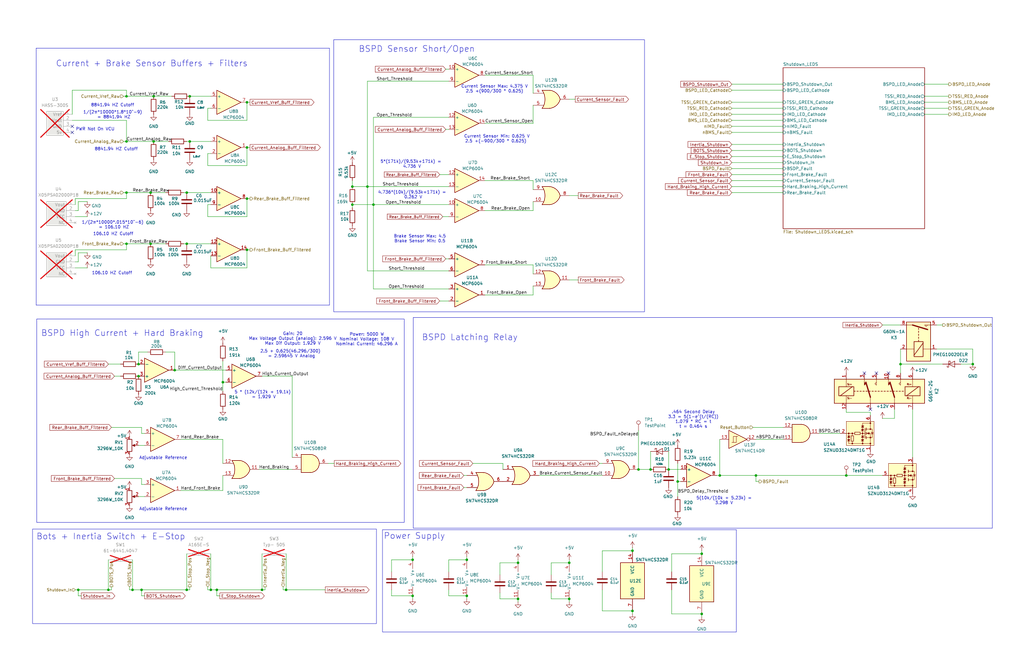
<source format=kicad_sch>
(kicad_sch (version 20250114) (generator "eeschema") (generator_version "9.0")
  (paper "B")
  (rectangle (start 307.975 307.975) (end 402.59 329.565))
  (rectangle (start 15.24 20.32) (end 138.938 128.778))
  (rectangle (start 161.29 223.52) (end 310.515 266.7))
  (rectangle (start 140.716 16.764) (end 271.78 131.572))
  (rectangle (start 15.494 134.62) (end 170.434 220.472))
  (rectangle (start 174.244 133.985) (end 418.465 222.885))
  (rectangle (start 13.716 223.266) (end 158.75 263.144))
  (text "1/(2π*10000*.015*10^-6) \n= 106.10 HZ\n\n\n" (at 48.006 97.028 0) (effects (font (size 1.27 1.27))))
  (text "Power Supply" (at 174.752 226.314 0) (effects (font (size 2.54 2.54))))
  (text "Current Sensor Max: 4.375 V\n2.5 +(900/300 * 0.625)" (at 208.534 37.592 0) (effects (font (size 1.27 1.27))))
  (text "Gain: 20\nMax Voltage Output (analog): 2.596 V\nMax Dif Output: 1.929 V" (at 123.444 143.002 0) (effects (font (size 1.27 1.27))))
  (text "Power: 5000 W\nNominal Voltage: 108 V\nNominal Current: 46.296 A" (at 154.686 143.256 0) (effects (font (size 1.27 1.27))))
  (text "106.10 HZ Cutoff\n" (at 47.244 115.316 0) (effects (font (size 1.27 1.27))))
  (text "Adjustable Reference\n" (at 68.834 193.294 0) (effects (font (size 1.27 1.27))))
  (text "1/(2π*10000*1.8*10^-9) \n= 8841.94 HZ" (at 48.006 48.514 0) (effects (font (size 1.27 1.27))))
  (text "8841.94 HZ Cutoff\n" (at 47.498 44.45 0) (effects (font (size 1.27 1.27))))
  (text "106.10 HZ Cutoff\n" (at 47.752 98.806 0) (effects (font (size 1.27 1.27))))
  (text "5 * (12k/(12k + 19.1k) \n= 1.929 V\n" (at 111.252 166.624 0) (effects (font (size 1.27 1.27))))
  (text "BSPD Latching Relay\n" (at 198.12 142.494 0) (effects (font (size 2.54 2.54))))
  (text "NC\n" (at 312.928 312.166 0) (effects (font (size 2.54 2.54))))
  (text "Adjustable Reference\n" (at 68.834 214.884 0) (effects (font (size 1.27 1.27))))
  (text "8841.94 HZ Cutoff\n" (at 49.022 62.992 0) (effects (font (size 1.27 1.27))))
  (text "5(10k/(10k + 5.23k) =\n3.298 V\n" (at 305.308 211.328 0) (effects (font (size 1.27 1.27))))
  (text "Current + Brake Sensor Buffers + Filters\n" (at 64.008 26.924 0) (effects (font (size 2.54 2.54))))
  (text ".464 Second Delay\n3.3 = 5(1-e^(t/(RC))\n1.079 * RC = t\nt = 0.464 s\n" (at 292.354 177.038 0) (effects (font (size 1.27 1.27))))
  (text "BSPD Sensor Short/Open\n\n" (at 175.768 22.86 0) (effects (font (size 2.54 2.54))))
  (text "2.5 + 0.625(46.296/300) \n= 2.59645 V Analog\n" (at 122.936 149.352 0) (effects (font (size 1.27 1.27))))
  (text "4.736*(10k)/(9.53k+171k) = \n0.262 V\n" (at 174.244 82.296 0) (effects (font (size 1.27 1.27))))
  (text "Brake Sensor Max: 4.5\nBrake Sensor Min: 0.5\n" (at 177.038 100.838 0) (effects (font (size 1.27 1.27))))
  (text "Current Sensor Min: 0.625 V\n2.5 +(-900/300 * 0.625) " (at 209.55 58.674 0) (effects (font (size 1.27 1.27))))
  (text "Bots + Inertia Switch + E-Stop\n\n" (at 46.736 228.6 0) (effects (font (size 2.54 2.54))))
  (text "5*(171k)/(9.53k+171k) = \n4.736 V" (at 173.736 69.342 0) (effects (font (size 1.27 1.27))))
  (text "BSPD High Current + Hard Braking" (at 51.562 140.716 0) (effects (font (size 2.54 2.54))))
  (text "PWR Not On VCU\n" (at 40.132 54.61 0) (effects (font (size 1.27 1.27))))
  (junction (at 53.34 102.87))
  (junction (at 285.75 203.2))
  (junction (at 318.77 200.66))
  (junction (at 157.48 86.36))
  (junction (at 53.34 40.64))
  (junction (at 356.87 200.66))
  (junction (at 240.03 252.73))
  (junction (at 53.34 81.28))
  (junction (at 78.74 102.87))
  (junction (at 295.91 233.68))
  (junction (at 274.32 198.12))
  (junction (at 58.42 153.67))
  (junction (at 59.69 248.92))
  (junction (at 64.77 40.64))
  (junction (at 55.88 248.92))
  (junction (at 379.73 153.67))
  (junction (at 148.59 86.36))
  (junction (at 281.94 198.12))
  (junction (at 64.77 59.69))
  (junction (at 303.53 200.66))
  (junction (at 33.02 248.92))
  (junction (at 63.5 102.87))
  (junction (at 80.01 40.64))
  (junction (at 63.5 81.28))
  (junction (at 91.44 248.92))
  (junction (at 410.21 153.67))
  (junction (at 218.44 252.73))
  (junction (at 88.9 248.92))
  (junction (at 196.85 251.46))
  (junction (at 104.14 105.41))
  (junction (at 269.24 198.12))
  (junction (at 78.74 81.28))
  (junction (at 73.66 156.21))
  (junction (at 266.7 257.81))
  (junction (at 154.94 78.74))
  (junction (at 196.85 236.22))
  (junction (at 110.49 248.92))
  (junction (at 266.7 232.41))
  (junction (at 240.03 237.49))
  (junction (at 173.99 251.46))
  (junction (at 148.59 78.74))
  (junction (at 104.14 43.18))
  (junction (at 218.44 237.49))
  (junction (at 45.72 248.92))
  (junction (at 295.91 259.08))
  (junction (at 93.98 161.29))
  (junction (at 104.14 83.82))
  (junction (at 80.01 59.69))
  (junction (at 78.74 248.92))
  (junction (at 58.42 158.75))
  (junction (at 53.34 59.69))
  (junction (at 173.99 236.22))
  (junction (at 120.65 248.92))
  (junction (at 104.14 62.23))
  (no_connect (at 334.01 321.31))
  (no_connect (at 355.6 321.31))
  (no_connect (at 377.19 321.31))
  (no_connect (at 340.36 323.85))
  (no_connect (at 361.95 321.31))
  (no_connect (at 396.24 321.31))
  (no_connect (at 364.49 157.48))
  (no_connect (at 30.48 53.34))
  (no_connect (at 374.65 157.48))
  (no_connect (at 318.77 318.77))
  (no_connect (at 340.36 318.77))
  (no_connect (at 30.48 55.88))
  (no_connect (at 367.03 172.72))
  (no_connect (at 369.57 157.48))
  (no_connect (at 381 321.31))
  (no_connect (at 318.77 323.85))
  (wire (pts (xy 148.59 86.36) (xy 157.48 86.36)))
  (wire (pts (xy 195.58 205.74) (xy 196.85 205.74)))
  (wire (pts (xy 55.88 236.22) (xy 55.88 248.92)))
  (wire (pts (xy 73.66 148.59) (xy 69.85 148.59)))
  (wire (pts (xy 269.24 181.61) (xy 269.24 198.12)))
  (wire (pts (xy 285.75 203.2) (xy 285.75 209.55)))
  (wire (pts (xy 389.89 35.56) (xy 400.05 35.56)))
  (wire (pts (xy 31.75 91.44) (xy 36.83 91.44)))
  (wire (pts (xy 308.61 66.04) (xy 330.2 66.04)))
  (wire (pts (xy 104.14 105.41) (xy 104.14 113.03)))
  (wire (pts (xy 53.34 83.82) (xy 53.34 81.28)))
  (wire (pts (xy 110.49 233.68) (xy 110.49 248.92)))
  (wire (pts (xy 76.2 185.42) (xy 93.98 185.42)))
  (wire (pts (xy 173.99 234.95) (xy 173.99 236.22)))
  (wire (pts (xy 80.01 59.69) (xy 88.9 59.69)))
  (wire (pts (xy 87.63 248.92) (xy 88.9 248.92)))
  (wire (pts (xy 55.88 248.92) (xy 59.69 248.92)))
  (wire (pts (xy 58.42 187.96) (xy 60.96 187.96)))
  (wire (pts (xy 212.09 195.58) (xy 212.09 198.12)))
  (wire (pts (xy 59.69 251.46) (xy 60.96 251.46)))
  (wire (pts (xy 111.76 247.65) (xy 111.76 248.92)))
  (wire (pts (xy 78.74 59.69) (xy 80.01 59.69)))
  (wire (pts (xy 173.99 236.22) (xy 165.1 236.22)))
  (wire (pts (xy 232.41 252.73) (xy 232.41 250.19)))
  (wire (pts (xy 52.07 40.64) (xy 53.34 40.64)))
  (wire (pts (xy 266.7 259.08) (xy 266.7 257.81)))
  (wire (pts (xy 274.32 190.5) (xy 274.32 198.12)))
  (wire (pts (xy 317.5 180.34) (xy 330.2 180.34)))
  (wire (pts (xy 303.53 200.66) (xy 302.26 200.66)))
  (wire (pts (xy 52.07 59.69) (xy 53.34 59.69)))
  (wire (pts (xy 232.41 237.49) (xy 232.41 242.57)))
  (wire (pts (xy 318.77 200.66) (xy 356.87 200.66)))
  (wire (pts (xy 372.11 137.16) (xy 379.73 137.16)))
  (wire (pts (xy 189.23 248.92) (xy 189.23 251.46)))
  (wire (pts (xy 165.1 236.22) (xy 165.1 241.3)))
  (wire (pts (xy 204.47 88.9) (xy 224.79 88.9)))
  (wire (pts (xy 46.99 247.65) (xy 46.99 248.92)))
  (wire (pts (xy 33.02 110.49) (xy 33.02 106.68)))
  (wire (pts (xy 120.65 248.92) (xy 137.16 248.92)))
  (wire (pts (xy 227.33 200.66) (xy 254 200.66)))
  (wire (pts (xy 187.96 109.22) (xy 189.23 109.22)))
  (wire (pts (xy 31.75 83.82) (xy 31.75 86.36)))
  (wire (pts (xy 189.23 251.46) (xy 196.85 251.46)))
  (wire (pts (xy 53.34 38.1) (xy 53.34 40.64)))
  (wire (pts (xy 308.61 55.88) (xy 330.2 55.88)))
  (wire (pts (xy 224.79 52.07) (xy 224.79 44.45)))
  (wire (pts (xy 104.14 43.18) (xy 105.41 43.18)))
  (wire (pts (xy 104.14 62.23) (xy 104.14 69.85)))
  (wire (pts (xy 33.02 251.46) (xy 33.02 248.92)))
  (wire (pts (xy 157.48 121.92) (xy 189.23 121.92)))
  (wire (pts (xy 240.03 41.91) (xy 242.57 41.91)))
  (wire (pts (xy 308.61 63.5) (xy 330.2 63.5)))
  (wire (pts (xy 120.65 233.68) (xy 120.65 248.92)))
  (wire (pts (xy 30.48 50.8) (xy 53.34 50.8)))
  (wire (pts (xy 379.73 153.67) (xy 379.73 157.48)))
  (wire (pts (xy 295.91 260.35) (xy 295.91 259.08)))
  (wire (pts (xy 308.61 50.8) (xy 330.2 50.8)))
  (wire (pts (xy 389.89 40.64) (xy 400.05 40.64)))
  (wire (pts (xy 224.79 88.9) (xy 224.79 85.09)))
  (wire (pts (xy 123.19 158.75) (xy 123.19 193.04)))
  (wire (pts (xy 283.21 248.92) (xy 283.21 259.08)))
  (wire (pts (xy 394.97 147.32) (xy 410.21 147.32)))
  (wire (pts (xy 308.61 76.2) (xy 330.2 76.2)))
  (wire (pts (xy 53.34 105.41) (xy 31.75 105.41)))
  (wire (pts (xy 104.14 50.8) (xy 104.14 43.18)))
  (wire (pts (xy 59.69 182.88) (xy 60.96 182.88)))
  (wire (pts (xy 405.13 153.67) (xy 410.21 153.67)))
  (wire (pts (xy 93.98 185.42) (xy 93.98 195.58)))
  (wire (pts (xy 318.77 203.2) (xy 318.77 200.66)))
  (wire (pts (xy 93.98 161.29) (xy 93.98 165.1)))
  (wire (pts (xy 384.81 172.72) (xy 384.81 193.04)))
  (wire (pts (xy 204.47 52.07) (xy 224.79 52.07)))
  (wire (pts (xy 189.23 236.22) (xy 189.23 241.3)))
  (wire (pts (xy 30.48 38.1) (xy 53.34 38.1)))
  (wire (pts (xy 224.79 31.75) (xy 204.47 31.75)))
  (wire (pts (xy 88.9 248.92) (xy 91.44 248.92)))
  (wire (pts (xy 308.61 68.58) (xy 330.2 68.58)))
  (wire (pts (xy 87.63 69.85) (xy 104.14 69.85)))
  (wire (pts (xy 91.44 248.92) (xy 91.44 251.46)))
  (wire (pts (xy 78.74 248.92) (xy 80.01 248.92)))
  (wire (pts (xy 54.61 247.65) (xy 54.61 248.92)))
  (wire (pts (xy 224.79 124.46) (xy 224.79 120.65)))
  (wire (pts (xy 31.75 113.03) (xy 36.83 113.03)))
  (wire (pts (xy 92.71 251.46) (xy 91.44 251.46)))
  (wire (pts (xy 88.9 113.03) (xy 104.14 113.03)))
  (wire (pts (xy 34.29 251.46) (xy 33.02 251.46)))
  (wire (pts (xy 295.91 232.41) (xy 295.91 233.68)))
  (wire (pts (xy 31.75 88.9) (xy 33.02 88.9)))
  (wire (pts (xy 224.79 111.76) (xy 224.79 115.57)))
  (wire (pts (xy 410.21 153.67) (xy 410.21 147.32)))
  (wire (pts (xy 224.79 76.2) (xy 224.79 80.01)))
  (wire (pts (xy 87.63 45.72) (xy 87.63 50.8)))
  (wire (pts (xy 77.47 102.87) (xy 78.74 102.87)))
  (wire (pts (xy 154.94 114.3) (xy 189.23 114.3)))
  (wire (pts (xy 283.21 233.68) (xy 283.21 241.3)))
  (wire (pts (xy 30.48 48.26) (xy 30.48 38.1)))
  (wire (pts (xy 224.79 111.76) (xy 204.47 111.76)))
  (wire (pts (xy 165.1 251.46) (xy 173.99 251.46)))
  (wire (pts (xy 104.14 83.82) (xy 104.14 91.44)))
  (wire (pts (xy 93.98 161.29) (xy 95.25 161.29)))
  (wire (pts (xy 204.47 76.2) (xy 224.79 76.2)))
  (wire (pts (xy 154.94 78.74) (xy 154.94 34.29)))
  (wire (pts (xy 59.69 182.88) (xy 59.69 180.34)))
  (wire (pts (xy 210.82 252.73) (xy 218.44 252.73)))
  (wire (pts (xy 104.14 83.82) (xy 105.41 83.82)))
  (wire (pts (xy 64.77 40.64) (xy 72.39 40.64)))
  (wire (pts (xy 77.47 81.28) (xy 78.74 81.28)))
  (wire (pts (xy 157.48 49.53) (xy 189.23 49.53)))
  (wire (pts (xy 283.21 259.08) (xy 295.91 259.08)))
  (wire (pts (xy 303.53 185.42) (xy 303.53 200.66)))
  (wire (pts (xy 73.66 148.59) (xy 73.66 156.21)))
  (wire (pts (xy 76.2 207.01) (xy 93.98 207.01)))
  (wire (pts (xy 186.69 91.44) (xy 189.23 91.44)))
  (wire (pts (xy 53.34 50.8) (xy 53.34 59.69)))
  (wire (pts (xy 372.11 176.53) (xy 377.19 176.53)))
  (wire (pts (xy 53.34 59.69) (xy 64.77 59.69)))
  (wire (pts (xy 53.34 102.87) (xy 63.5 102.87)))
  (wire (pts (xy 88.9 233.68) (xy 88.9 248.92)))
  (wire (pts (xy 308.61 43.18) (xy 330.2 43.18)))
  (wire (pts (xy 45.72 248.92) (xy 46.99 248.92)))
  (wire (pts (xy 389.89 45.72) (xy 400.05 45.72)))
  (wire (pts (xy 165.1 248.92) (xy 165.1 251.46)))
  (wire (pts (xy 78.74 102.87) (xy 88.9 102.87)))
  (wire (pts (xy 367.03 175.26) (xy 367.03 173.99)))
  (wire (pts (xy 93.98 207.01) (xy 93.98 200.66)))
  (wire (pts (xy 173.99 251.46) (xy 173.99 252.73)))
  (wire (pts (xy 240.03 118.11) (xy 243.84 118.11)))
  (wire (pts (xy 33.02 248.92) (xy 45.72 248.92)))
  (wire (pts (xy 154.94 78.74) (xy 189.23 78.74)))
  (wire (pts (xy 185.42 73.66) (xy 189.23 73.66)))
  (wire (pts (xy 240.03 254) (xy 240.03 252.73)))
  (wire (pts (xy 281.94 190.5) (xy 281.94 198.12)))
  (wire (pts (xy 185.42 127) (xy 189.23 127)))
  (wire (pts (xy 93.98 152.4) (xy 93.98 161.29)))
  (wire (pts (xy 187.96 29.21) (xy 189.23 29.21)))
  (wire (pts (xy 196.85 234.95) (xy 196.85 236.22)))
  (wire (pts (xy 59.69 204.47) (xy 60.96 204.47)))
  (wire (pts (xy 285.75 195.58) (xy 285.75 203.2)))
  (wire (pts (xy 218.44 237.49) (xy 210.82 237.49)))
  (wire (pts (xy 45.72 153.67) (xy 50.8 153.67)))
  (wire (pts (xy 119.38 247.65) (xy 119.38 248.92)))
  (wire (pts (xy 110.49 158.75) (xy 123.19 158.75)))
  (wire (pts (xy 379.73 153.67) (xy 397.51 153.67)))
  (wire (pts (xy 87.63 64.77) (xy 88.9 64.77)))
  (wire (pts (xy 308.61 81.28) (xy 330.2 81.28)))
  (wire (pts (xy 104.14 105.41) (xy 105.41 105.41)))
  (wire (pts (xy 87.63 50.8) (xy 104.14 50.8)))
  (wire (pts (xy 330.2 73.66) (xy 308.61 73.66)))
  (wire (pts (xy 91.44 248.92) (xy 110.49 248.92)))
  (wire (pts (xy 138.43 195.58) (xy 140.97 195.58)))
  (wire (pts (xy 254 257.81) (xy 266.7 257.81)))
  (wire (pts (xy 62.23 148.59) (xy 58.42 148.59)))
  (wire (pts (xy 33.02 88.9) (xy 33.02 85.09)))
  (wire (pts (xy 59.69 180.34) (xy 46.99 180.34)))
  (wire (pts (xy 218.44 254) (xy 218.44 252.73)))
  (wire (pts (xy 240.03 252.73) (xy 232.41 252.73)))
  (wire (pts (xy 377.19 176.53) (xy 377.19 172.72)))
  (wire (pts (xy 345.44 182.88) (xy 354.33 182.88)))
  (wire (pts (xy 266.7 232.41) (xy 254 232.41)))
  (wire (pts (xy 45.72 236.22) (xy 45.72 248.92)))
  (wire (pts (xy 33.02 85.09) (xy 36.83 85.09)))
  (wire (pts (xy 87.63 91.44) (xy 104.14 91.44)))
  (wire (pts (xy 224.79 31.75) (xy 224.79 39.37)))
  (wire (pts (xy 58.42 148.59) (xy 58.42 153.67)))
  (wire (pts (xy 48.26 158.75) (xy 50.8 158.75)))
  (wire (pts (xy 52.07 81.28) (xy 53.34 81.28)))
  (wire (pts (xy 119.38 248.92) (xy 120.65 248.92)))
  (wire (pts (xy 196.85 236.22) (xy 189.23 236.22)))
  (wire (pts (xy 87.63 86.36) (xy 87.63 91.44)))
  (wire (pts (xy 330.2 185.42) (xy 318.77 185.42)))
  (wire (pts (xy 367.03 173.99) (xy 356.87 173.99)))
  (wire (pts (xy 204.47 124.46) (xy 224.79 124.46)))
  (wire (pts (xy 240.03 82.55) (xy 243.84 82.55)))
  (wire (pts (xy 109.22 198.12) (xy 123.19 198.12)))
  (wire (pts (xy 308.61 60.96) (xy 330.2 60.96)))
  (wire (pts (xy 104.14 62.23) (xy 105.41 62.23)))
  (wire (pts (xy 31.75 248.92) (xy 33.02 248.92)))
  (wire (pts (xy 87.63 86.36) (xy 88.9 86.36)))
  (wire (pts (xy 308.61 71.12) (xy 330.2 71.12)))
  (wire (pts (xy 33.02 106.68) (xy 36.83 106.68)))
  (wire (pts (xy 53.34 81.28) (xy 63.5 81.28)))
  (wire (pts (xy 210.82 250.19) (xy 210.82 252.73)))
  (wire (pts (xy 53.34 40.64) (xy 64.77 40.64)))
  (wire (pts (xy 218.44 236.22) (xy 218.44 237.49)))
  (wire (pts (xy 59.69 248.92) (xy 78.74 248.92)))
  (wire (pts (xy 285.75 203.2) (xy 287.02 203.2)))
  (wire (pts (xy 31.75 110.49) (xy 33.02 110.49)))
  (wire (pts (xy 303.53 200.66) (xy 318.77 200.66)))
  (wire (pts (xy 252.73 195.58) (xy 254 195.58)))
  (wire (pts (xy 78.74 233.68) (xy 78.74 248.92)))
  (wire (pts (xy 148.59 86.36) (xy 148.59 87.63)))
  (wire (pts (xy 52.07 102.87) (xy 53.34 102.87)))
  (wire (pts (xy 199.39 195.58) (xy 212.09 195.58)))
  (wire (pts (xy 254 232.41) (xy 254 241.3)))
  (wire (pts (xy 187.96 54.61) (xy 189.23 54.61)))
  (wire (pts (xy 389.89 43.18) (xy 400.05 43.18)))
  (wire (pts (xy 379.73 147.32) (xy 379.73 153.67)))
  (wire (pts (xy 196.85 252.73) (xy 196.85 251.46)))
  (wire (pts (xy 356.87 173.99) (xy 356.87 172.72)))
  (wire (pts (xy 59.69 248.92) (xy 59.69 251.46)))
  (wire (pts (xy 295.91 233.68) (xy 283.21 233.68)))
  (wire (pts (xy 53.34 105.41) (xy 53.34 102.87)))
  (wire (pts (xy 157.48 86.36) (xy 157.48 49.53)))
  (wire (pts (xy 394.97 137.16) (xy 397.51 137.16)))
  (wire (pts (xy 157.48 86.36) (xy 189.23 86.36)))
  (wire (pts (xy 87.63 247.65) (xy 87.63 248.92)))
  (wire (pts (xy 148.59 78.74) (xy 154.94 78.74)))
  (wire (pts (xy 59.69 204.47) (xy 59.69 201.93)))
  (wire (pts (xy 308.61 35.56) (xy 330.2 35.56)))
  (wire (pts (xy 88.9 107.95) (xy 88.9 113.03)))
  (wire (pts (xy 31.75 105.41) (xy 31.75 107.95)))
  (wire (pts (xy 240.03 237.49) (xy 232.41 237.49)))
  (wire (pts (xy 54.61 248.92) (xy 55.88 248.92)))
  (wire (pts (xy 63.5 102.87) (xy 69.85 102.87)))
  (wire (pts (xy 87.63 45.72) (xy 88.9 45.72)))
  (wire (pts (xy 63.5 81.28) (xy 69.85 81.28)))
  (wire (pts (xy 320.04 203.2) (xy 318.77 203.2)))
  (wire (pts (xy 240.03 236.22) (xy 240.03 237.49)))
  (wire (pts (xy 308.61 48.26) (xy 330.2 48.26)))
  (wire (pts (xy 308.61 78.74) (xy 330.2 78.74)))
  (wire (pts (xy 281.94 198.12) (xy 287.02 198.12)))
  (wire (pts (xy 31.75 83.82) (xy 53.34 83.82)))
  (wire (pts (xy 195.58 200.66) (xy 196.85 200.66)))
  (wire (pts (xy 389.89 48.26) (xy 400.05 48.26)))
  (wire (pts (xy 254 248.92) (xy 254 257.81)))
  (wire (pts (xy 154.94 78.74) (xy 154.94 114.3)))
  (wire (pts (xy 308.61 53.34) (xy 330.2 53.34)))
  (wire (pts (xy 58.42 209.55) (xy 60.96 209.55)))
  (wire (pts (xy 80.01 40.64) (xy 88.9 40.64)))
  (wire (pts (xy 157.48 86.36) (xy 157.48 121.92)))
  (wire (pts (xy 73.66 156.21) (xy 95.25 156.21)))
  (wire (pts (xy 48.26 201.93) (xy 59.69 201.93)))
  (wire (pts (xy 87.63 64.77) (xy 87.63 69.85)))
  (wire (pts (xy 80.01 247.65) (xy 80.01 248.92)))
  (wire (pts (xy 110.49 248.92) (xy 111.76 248.92)))
  (wire (pts (xy 154.94 34.29) (xy 189.23 34.29)))
  (wire (pts (xy 210.82 237.49) (xy 210.82 242.57)))
  (wire (pts (xy 274.32 198.12) (xy 269.24 198.12)))
  (wire (pts (xy 266.7 231.14) (xy 266.7 232.41)))
  (wire (pts (xy 148.59 76.2) (xy 148.59 78.74)))
  (wire (pts (xy 78.74 81.28) (xy 88.9 81.28)))
  (wire (pts (xy 308.61 45.72) (xy 330.2 45.72)))
  (wire (pts (xy 64.77 59.69) (xy 71.12 59.69)))
  (wire (pts (xy 308.61 38.1) (xy 330.2 38.1)))
  (wire (pts (xy 356.87 200.66) (xy 372.11 200.66)))
  (label "Hard_Rear_Brake" (at 76.2 185.42 0))
  (label "BSPD_Set" (at 354.33 182.88 180))
  (label "Open_Threshold" (at 162.56 86.36 0))
  (label "High_Current_Output" (at 110.49 158.75 0))
  (label "Open_Threshold" (at 163.83 121.92 0))
  (label "High_Current_Threshold" (at 93.98 165.1 180))
  (label "Rear_Brake_Raw" (at 55.88 81.28 0))
  (label "Short_Threshold" (at 161.29 78.74 0))
  (label "Brake_Current_Sensor_Fault" (at 254 200.66 180))
  (label "Rear_Brake_Short" (at 223.52 76.2 180))
  (label "Hard_Front_Brake" (at 76.2 207.01 0))
  (label "Current_Analog_Raw" (at 53.34 59.69 0))
  (label "Current_Vref_Raw" (at 71.12 40.64 180))
  (label "Open_Threshold" (at 158.75 49.53 0))
  (label "BSPD_Fault_nDelayed" (at 269.24 184.15 180))
  (label "Short_Threshold" (at 158.75 34.29 0))
  (label "Hard_Braking" (at 109.22 198.12 0))
  (label "Short_Threshold" (at 163.83 114.3 0))
  (label "nBSPD_Fault" (at 318.77 185.42 0))
  (label "Diff_Current_Output" (at 74.93 156.21 0))
  (label "Current_Sensor_Open" (at 224.79 52.07 180))
  (label "Front_Brake_Open" (at 222.25 124.46 180))
  (label "Current_Sensor_Short" (at 224.79 31.75 180))
  (label "Front_Brake_Short" (at 222.25 111.76 180))
  (label "Rear_Brake_Open" (at 223.52 88.9 180))
  (label "Front_Brake_Raw" (at 54.61 102.87 0))
  (label "BSPD_Delay_Threshold" (at 285.75 208.28 0))
  (global_label "Inertia_Shutdown" (shape input) (at 372.11 137.16 180) (effects (font (size 1.143 1.143))) (property "Intersheetrefs" "${INTERSHEET_REFS}" (at 354.9458 137.16 0) (effects (justify right))))
  (global_label "Current_Analog_Buff_Filtered" (shape input) (at 187.96 29.21 180) (property "Intersheetrefs" "${INTERSHEET_REFS}" (at 157.7004 29.21 0) (effects (justify right))))
  (global_label "Hard_Braking_High_Current" (shape input) (at 308.61 78.74 180) (property "Intersheetrefs" "${INTERSHEET_REFS}" (at 279.9832 78.74 0) (effects (justify right))))
  (global_label "Shutdown_In" (shape input) (at 308.61 68.58 180) (property "Intersheetrefs" "${INTERSHEET_REFS}" (at 293.8927 68.58 0) (effects (justify right))))
  (global_label "Rear_Brake_Buff_Filtered" (shape input) (at 46.99 180.34 180) (property "Intersheetrefs" "${INTERSHEET_REFS}" (at 20.4192 180.34 0) (effects (justify right))))
  (global_label "Rear_Brake_Fault" (shape input) (at 195.58 200.66 180) (property "Intersheetrefs" "${INTERSHEET_REFS}" (at 176.2664 200.66 0) (effects (justify right))))
  (global_label "Front_Brake_Fault" (shape output) (at 243.84 118.11 0) (property "Intersheetrefs" "${INTERSHEET_REFS}" (at 263.7583 118.11 0) (effects (justify left))))
  (global_label "Front_Brake_Buff_Filtered" (shape input) (at 185.42 127 180) (property "Intersheetrefs" "${INTERSHEET_REFS}" (at 158.2445 127 0) (effects (justify right))))
  (global_label "E_Stop_Shutdown" (shape input) (at 308.61 66.04 180) (property "Intersheetrefs" "${INTERSHEET_REFS}" (at 289.2967 66.04 0) (effects (justify right))))
  (global_label "E_Stop_Shutdown" (shape output) (at 92.71 251.46 0) (property "Intersheetrefs" "${INTERSHEET_REFS}" (at 112.0233 251.46 0) (effects (justify left))))
  (global_label "Inertia_Shutdown" (shape input) (at 308.61 60.96 180) (property "Intersheetrefs" "${INTERSHEET_REFS}" (at 289.5384 60.96 0) (effects (justify right))))
  (global_label "BSPD_Shutdown_Out" (shape input) (at 308.61 35.56 180) (property "Intersheetrefs" "${INTERSHEET_REFS}" (at 286.4542 35.56 0) (effects (justify right))))
  (global_label "Current_Vref_Buff_Filtered" (shape output) (at 105.41 43.18 0) (property "Intersheetrefs" "${INTERSHEET_REFS}" (at 133.0089 43.18 0) (effects (justify left))))
  (global_label "Rear_Brake_Fault" (shape output) (at 243.84 82.55 0) (property "Intersheetrefs" "${INTERSHEET_REFS}" (at 263.1536 82.55 0) (effects (justify left))))
  (global_label "Rear_Brake_Buff_Filtered" (shape input) (at 185.42 73.66 180) (effects (font (size 1.143 1.143))) (property "Intersheetrefs" "${INTERSHEET_REFS}" (at 161.5065 73.66 0) (effects (justify right))))
  (global_label "Front_Brake_Buff_Filtered" (shape input) (at 48.26 201.93 180) (property "Intersheetrefs" "${INTERSHEET_REFS}" (at 21.0845 201.93 0) (effects (justify right))))
  (global_label "Current_Sensor_Fault" (shape input) (at 199.39 195.58 180) (property "Intersheetrefs" "${INTERSHEET_REFS}" (at 176.327 195.58 0) (effects (justify right))))
  (global_label "BOTS_Shutdown" (shape input) (at 308.61 63.5 180) (property "Intersheetrefs" "${INTERSHEET_REFS}" (at 290.8689 63.5 0) (effects (justify right))))
  (global_label "Front_Brake_Fault" (shape input) (at 195.58 205.74 180) (property "Intersheetrefs" "${INTERSHEET_REFS}" (at 175.6617 205.74 0) (effects (justify right))))
  (global_label "Hard_Braking_High_Current" (shape input) (at 252.73 195.58 180) (property "Intersheetrefs" "${INTERSHEET_REFS}" (at 224.1032 195.58 0) (effects (justify right))))
  (global_label "Front_Brake_Buff_Filtered" (shape input) (at 187.96 109.22 180) (property "Intersheetrefs" "${INTERSHEET_REFS}" (at 160.7845 109.22 0) (effects (justify right))))
  (global_label "Current_Sensor_Fault" (shape output) (at 242.57 41.91 0) (property "Intersheetrefs" "${INTERSHEET_REFS}" (at 265.633 41.91 0) (effects (justify left))))
  (global_label "Current_Analog_Buff_Filtered" (shape input) (at 48.26 158.75 180) (property "Intersheetrefs" "${INTERSHEET_REFS}" (at 18.0004 158.75 0) (effects (justify right))))
  (global_label "Current_Analog_Buff_Filtered" (shape output) (at 105.41 62.23 0) (property "Intersheetrefs" "${INTERSHEET_REFS}" (at 135.6696 62.23 0) (effects (justify left))))
  (global_label "Current_Vref_Buff_Filtered" (shape input) (at 45.72 153.67 180) (property "Intersheetrefs" "${INTERSHEET_REFS}" (at 18.1211 153.67 0) (effects (justify right))))
  (global_label "Rear_Brake_Buff_Filtered" (shape input) (at 186.69 91.44 180) (effects (font (size 1.143 1.143))) (property "Intersheetrefs" "${INTERSHEET_REFS}" (at 162.7765 91.44 0) (effects (justify right))))
  (global_label "Hard_Braking_High_Current" (shape output) (at 140.97 195.58 0) (property "Intersheetrefs" "${INTERSHEET_REFS}" (at 169.5968 195.58 0) (effects (justify left))))
  (global_label "Inertia_Shutdown" (shape output) (at 137.16 248.92 0) (property "Intersheetrefs" "${INTERSHEET_REFS}" (at 156.2316 248.92 0) (effects (justify left))))
  (global_label "Shutdown_In" (shape output) (at 34.29 251.46 0) (property "Intersheetrefs" "${INTERSHEET_REFS}" (at 49.0073 251.46 0) (effects (justify left))))
  (global_label "Current_Analog_Buff_Filtered" (shape input) (at 187.96 54.61 180) (property "Intersheetrefs" "${INTERSHEET_REFS}" (at 157.7004 54.61 0) (effects (justify right))))
  (global_label "Front_Brake_Fault" (shape input) (at 308.61 73.66 180) (property "Intersheetrefs" "${INTERSHEET_REFS}" (at 289.2964 73.66 0) (effects (justify right))))
  (global_label "Current_Sensor_Fault" (shape input) (at 308.61 76.2 180) (property "Intersheetrefs" "${INTERSHEET_REFS}" (at 285.547 76.2 0) (effects (justify right))))
  (global_label "Rear_Brake_Fault" (shape input) (at 308.61 81.28 180) (property "Intersheetrefs" "${INTERSHEET_REFS}" (at 288.6917 81.28 0) (effects (justify right))))
  (global_label "BOTS_Shutdown" (shape output) (at 60.96 251.46 0) (property "Intersheetrefs" "${INTERSHEET_REFS}" (at 78.7011 251.46 0) (effects (justify left))))
  (hierarchical_label "BSPD_LED_Anode" (shape output) (at 400.05 35.56 0))
  (hierarchical_label "BSPD_Fault" (shape input) (at 308.61 71.12 180))
  (hierarchical_label "Rear_Brake_Raw" (shape input) (at 52.07 81.28 180))
  (hierarchical_label "E_Stop_Neg" (shape input) (at 87.63 247.65 90))
  (hierarchical_label "TSSI_RED_Anode" (shape output) (at 400.05 40.64 0))
  (hierarchical_label "nBMS_Fault" (shape input) (at 308.61 55.88 180))
  (hierarchical_label "Inertia_Neg" (shape input) (at 119.38 247.65 90))
  (hierarchical_label "BSPD_Shutdown_Out" (shape output) (at 397.51 137.16 0))
  (hierarchical_label "BMS_LED_Anode" (shape output) (at 400.05 43.18 0))
  (hierarchical_label "Current_Analog_Raw" (shape input) (at 52.07 59.69 180))
  (hierarchical_label "TSSI_GREEN_Cathode" (shape input) (at 308.61 43.18 180))
  (hierarchical_label "nIMD_Fault" (shape input) (at 308.61 53.34 180))
  (hierarchical_label "Rear_Brake_Buff_Filtered" (shape output) (at 105.41 83.82 0))
  (hierarchical_label "IMD_LED_Cathode" (shape input) (at 308.61 48.26 180))
  (hierarchical_label "BOTS_Neg" (shape input) (at 54.61 247.65 90))
  (hierarchical_label "BOTS_Pos" (shape output) (at 46.99 247.65 90))
  (hierarchical_label "BMS_LED_Cathode" (shape input) (at 308.61 50.8 180))
  (hierarchical_label "Current_Vref_Raw" (shape input) (at 52.07 40.64 180))
  (hierarchical_label "Inertia_Pos" (shape output) (at 111.76 247.65 90))
  (hierarchical_label "E_Stop_Pos" (shape output) (at 80.01 247.65 90))
  (hierarchical_label "BSPD_Fault" (shape output) (at 320.04 203.2 0))
  (hierarchical_label "Front_Brake_Buff_Filtered" (shape output) (at 105.41 105.41 0))
  (hierarchical_label "Reset_Button" (shape input) (at 317.5 180.34 180))
  (hierarchical_label "TSSI_GREEN_Anode" (shape output) (at 400.05 45.72 0))
  (hierarchical_label "Front_Brake_Raw" (shape input) (at 52.07 102.87 180))
  (hierarchical_label "BSPD_LED_Cathode" (shape input) (at 308.61 38.1 180))
  (hierarchical_label "Shutdown_In" (shape input) (at 31.75 248.92 180) (effects (font (size 1.143 1.143))))
  (hierarchical_label "TSSI_RED_Cathode" (shape input) (at 308.61 45.72 180))
  (hierarchical_label "IMD_LED_Anode" (shape output) (at 400.05 48.26 0))
  (symbol (lib_id "power:GND") (at 58.42 166.37 0) (unit 1)
    (property "Reference" "#PWR032" (effects (hide yes)))
    (property "Value" "GND" (at 58.42 170.18 0))
    (property "Description" "Power symbol creates a global label with name \"GND\" , ground" (effects (hide yes)))
  )
  (symbol (lib_id "Device:R") (at 54.61 158.75 90) (unit 1)
    (property "Reference" "R2" (at 54.864 161.29 90))
    (property "Value" "10k" (at 54.864 163.83 90))
    (property "Footprint" "Resistor_SMD:R_0603_1608Metric_Pad0.98x0.95mm_HandSolder" (effects (hide yes)))
    (property "Datasheet" "https://www.yageogroup.com/content/datasheet/asset/file/PYU-AC_51_ROHS_L" (effects (hide yes)))
    (property "Description" "Resistor" (effects (hide yes)))
    (property "Digi PN" "311-10KLDCT-ND" (effects (hide yes)))
    (property "Digi URL" "https://www.digikey.com/en/products/detail/yageo/AC0603FR-0710KL/2827814" (effects (hide yes)))
    (property "MFG" "Yageo" (effects (hide yes)))
    (property "MFG PN" "AC0603FR-0710KL" (effects (hide yes)))
  )
  (symbol (lib_id "Amplifier_Operational:MCP6004") (at 68.58 207.01 0) (unit 1)
    (property "Reference" "U7" (at 70.104 199.39 0))
    (property "Value" "MCP6004" (at 70.104 201.93 0))
    (property "Footprint" "Package_SO:SOIC-14_3.9x8.7mm_P1.27mm" (effects (hide yes)))
    (property "Datasheet" "https://www.mouser.com/datasheet/2/268/21733e-41017.pdf" (effects (hide yes)))
    (property "Description" "1MHz, Low-Power Op Amp, DIP-14/SOIC-14/TSSOP-14" (effects (hide yes)))
    (property "Digi PN" "MCP6004T-I/SLCT-ND" (effects (hide yes)))
    (property "Digi URL" "https://www.digikey.com/en/products/detail/microchip-technology/MCP6004T-I-SL/523092" (effects (hide yes)))
    (property "MFG" "MT" (effects (hide yes)))
    (property "MFG PN" "MCP6004T-I/SL" (effects (hide yes)))
  )
  (symbol (lib_id "power:+5V") (at 285.75 187.96 0) (unit 1)
    (property "Reference" "#PWR056" (effects (hide yes)))
    (property "Value" "+5V" (at 285.242 183.388 0))
    (property "Description" "Power symbol creates a global label with name \"+5V\"" (effects (hide yes)))
  )
  (symbol (lib_id "Device:R") (at 285.75 191.77 180) (unit 1)
    (property "Reference" "R19" (at 288.29 190.4999 0) (effects (justify right)))
    (property "Value" "5.23k" (at 288.29 193.0399 0) (effects (justify right)))
    (property "Footprint" "Resistor_SMD:R_0603_1608Metric_Pad0.98x0.95mm_HandSolder" (effects (hide yes)))
    (property "Datasheet" "https://www.yageogroup.com/content/datasheet/asset/file/PYU-AC_51_ROHS_L" (effects (hide yes)))
    (property "Description" "Resistor" (effects (hide yes)))
    (property "Digi PN" "13-AC0603FR-075K23LCT-ND" (effects (hide yes)))
    (property "Digi URL" "https://www.digikey.com/en/products/detail/yageo/AC0603FR-075K23L/5896210?s=N4IgjCBcoMxaBjKAzAhgGwM4FMA0IB7KAbXDBggF18AHAFyhAGU6AnASwDsBzEAX3xgAbPBBJIaLHkIkQMAJwAmACwjqIeoxYce-fIoAMADgCso8ZJz4ikUiYB0imAAIA1gHkAFgFtMIdZqQIACqnOx07sgAstiomACurNh6IAC0yuYoGFYgAG6cWVLWsk7KGQEMQfx8fEA" (effects (hide yes)))
    (property "MFG" "Yageo" (effects (hide yes)))
    (property "MFG PN" "AC0603FR-075K23L" (effects (hide yes)))
  )
  (symbol (lib_id "Device:C") (at 165.1 245.11 0) (unit 1)
    (property "Reference" "C10" (at 168.402 244.348 0) (effects (font (size 1.016 1.016)) (justify left)))
    (property "Value" "0.1uF" (at 168.402 245.872 0) (effects (font (size 0.889 0.889)) (justify left)))
    (property "Footprint" "Capacitor_SMD:C_0603_1608Metric_Pad1.08x0.95mm_HandSolder" (effects (hide yes)))
    (property "Datasheet" "https://www.yageogroup.com/content/datasheet/asset/file/UPY-GPHC_X7R_6_3V-TO-250V" (effects (hide yes)))
    (property "Digi PN" "311-1779-1-ND" (effects (hide yes)))
    (property "Digi URL" "https://www.digikey.com/en/products/detail/yageo/CC0603JRX7R9BB104/5195188" (effects (hide yes)))
    (property "MFG" "Yageo" (effects (hide yes)))
    (property "MFG PN" "CC0603JRX7R9BB104" (effects (hide yes)))
  )
  (symbol (lib_id "Device:C") (at 80.01 44.45 0) (unit 1)
    (property "Reference" "C8" (at 83.058 43.18 0) (effects (justify left)))
    (property "Value" "1.8nF" (at 83.058 45.466 0) (effects (font (size 0.762 0.762)) (justify left)))
    (property "Footprint" "Capacitor_SMD:C_0603_1608Metric_Pad1.08x0.95mm_HandSolder" (effects (hide yes)))
    (property "Datasheet" "https://www.yageogroup.com/download/specsheet/CC0603FRNPO9BN182" (effects (hide yes)))
    (property "Description" "Unpolarized capacitor" (effects (hide yes)))
    (property "Digi PN" "13-CC0603FRNPO9BN182CT-ND " (effects (hide yes)))
    (property "Digi URL" "https://www.digikey.com/en/products/detail/yageo/CC0603FRNPO9BN182/16797985" (effects (hide yes)))
    (property "MFG" "Yageo" (effects (hide yes)))
    (property "MFG PN" "CC0603FRNPO9BN182" (effects (hide yes)))
  )
  (symbol (lib_id "power:+5V") (at 173.99 234.95 0) (unit 1)
    (property "Reference" "#PWR045" (effects (hide yes)))
    (property "Value" "+5V" (at 173.99 229.87 0))
    (property "Description" "Power symbol creates a global label with name \"+5V\"" (effects (hide yes)))
  )
  (symbol (lib_id "power:GND") (at 54.61 213.36 0) (unit 1)
    (property "Reference" "#PWR031" (effects (hide yes)))
    (property "Value" "GND" (at 54.61 218.44 0))
    (property "Description" "Power symbol creates a global label with name \"GND\" , ground" (effects (hide yes)))
  )
  (symbol (lib_id "Amplifier_Operational:MCP6004") (at 196.85 31.75 0) (unit 3)
    (property "Reference" "U6" (at 199.39 24.638 0))
    (property "Value" "MCP6004" (at 199.39 27.178 0))
    (property "Footprint" "Package_SO:SOIC-14_3.9x8.7mm_P1.27mm" (effects (hide yes)))
    (property "Datasheet" "https://www.mouser.com/datasheet/2/268/21733e-41017.pdf" (effects (hide yes)))
    (property "Description" "1MHz, Low-Power Op Amp, DIP-14/SOIC-14/TSSOP-14" (effects (hide yes)))
    (property "Digi PN" "MCP6004T-I/SLCT-ND" (effects (hide yes)))
    (property "Digi URL" "https://www.digikey.com/en/products/detail/microchip-technology/MCP6004T-I-SL/523092" (effects (hide yes)))
    (property "MFG" "MT" (effects (hide yes)))
    (property "MFG PN" "MCP6004T-I/SL" (effects (hide yes)))
  )
  (symbol (lib_id "Amplifier_Operational:MCP6004") (at 68.58 185.42 0) (unit 2)
    (property "Reference" "U7" (at 70.358 177.292 0))
    (property "Value" "MCP6004" (at 70.358 179.832 0))
    (property "Footprint" "Package_SO:SOIC-14_3.9x8.7mm_P1.27mm" (effects (hide yes)))
    (property "Datasheet" "https://www.mouser.com/datasheet/2/268/21733e-41017.pdf" (effects (hide yes)))
    (property "Description" "1MHz, Low-Power Op Amp, DIP-14/SOIC-14/TSSOP-14" (effects (hide yes)))
    (property "Digi PN" "MCP6004T-I/SLCT-ND" (effects (hide yes)))
    (property "Digi URL" "https://www.digikey.com/en/products/detail/microchip-technology/MCP6004T-I-SL/523092" (effects (hide yes)))
    (property "MFG" "MT" (effects (hide yes)))
    (property "MFG PN" "MCP6004T-I/SL" (effects (hide yes)))
  )
  (symbol (lib_id "Device:C") (at 254 245.11 0) (unit 1)
    (property "Reference" "C14" (at 257.302 244.348 0) (effects (font (size 1.016 1.016)) (justify left)))
    (property "Value" "0.1uF" (at 257.302 245.872 0) (effects (font (size 0.889 0.889)) (justify left)))
    (property "Footprint" "Capacitor_SMD:C_0603_1608Metric_Pad1.08x0.95mm_HandSolder" (effects (hide yes)))
    (property "Datasheet" "https://www.yageogroup.com/content/datasheet/asset/file/UPY-GPHC_X7R_6_3V-TO-250V" (effects (hide yes)))
    (property "Digi PN" "311-1779-1-ND" (effects (hide yes)))
    (property "Digi URL" "https://www.digikey.com/en/products/detail/yageo/CC0603JRX7R9BB104/5195188" (effects (hide yes)))
    (property "MFG" "Yageo" (effects (hide yes)))
    (property "MFG PN" "CC0603JRX7R9BB104" (effects (hide yes)))
  )
  (symbol (lib_id "power:+5V") (at 196.85 234.95 0) (unit 1)
    (property "Reference" "#PWR047" (effects (hide yes)))
    (property "Value" "+5V" (at 196.85 229.87 0))
    (property "Description" "Power symbol creates a global label with name \"+5V\"" (effects (hide yes)))
  )
  (symbol (lib_id "Amplifier_Operational:MCP6004") (at 196.85 111.76 0) (unit 2)
    (property "Reference" "U11" (at 196.85 101.6 0))
    (property "Value" "MCP6004" (at 196.85 104.14 0))
    (property "Footprint" "Package_SO:SOIC-14_3.9x8.7mm_P1.27mm" (effects (hide yes)))
    (property "Datasheet" "https://www.mouser.com/datasheet/2/268/21733e-41017.pdf" (effects (hide yes)))
    (property "Description" "1MHz, Low-Power Op Amp, DIP-14/SOIC-14/TSSOP-14" (effects (hide yes)))
    (property "Digi PN" "MCP6004T-I/SLCT-ND" (effects (hide yes)))
    (property "Digi URL" "https://www.digikey.com/en/products/detail/microchip-technology/MCP6004T-I-SL/523092" (effects (hide yes)))
    (property "MFG" "MT" (effects (hide yes)))
    (property "MFG PN" "MCP6004T-I/SL" (effects (hide yes)))
  )
  (symbol (lib_id "Device:R_Potentiometer") (at 54.61 187.96 0) (unit 1)
    (property "Reference" "RV1" (at 52.07 186.6899 0) (effects (justify right)))
    (property "Value" "3296W_10K" (at 52.07 189.2299 0) (effects (justify right)))
    (property "Footprint" "Potentiometer_THT:Potentiometer_Bourns_3296W_Vertical" (effects (hide yes)))
    (property "Datasheet" "https://www.bourns.com/docs/product-datasheets/3296.pdf" (effects (hide yes)))
    (property "Description" "Potentiometer" (effects (hide yes)))
    (property "Digi PN" "3296W-103LF-ND" (effects (hide yes)))
    (property "MFG" "Bourns" (effects (hide yes)))
    (property "MFG PN" "3296W-1-103LF" (effects (hide yes)))
    (property "Digi URL" "https://www.digikey.com/en/products/detail/bourns-inc/3296W-1-103LF/1088045" (effects (hide yes)))
  )
  (symbol (lib_id "power:GND") (at 63.5 110.49 0) (unit 1)
    (property "Reference" "#PWR034" (effects (hide yes)))
    (property "Value" "GND" (at 63.5 115.57 0))
    (property "Description" "Power symbol creates a global label with name \"GND\" , ground" (effects (hide yes)))
  )
  (symbol (lib_id "Device:R") (at 63.5 85.09 180) (unit 1)
    (property "Reference" "R4" (at 67.31 83.82 0))
    (property "Value" "100k" (at 67.31 85.852 0))
    (property "Footprint" "Resistor_SMD:R_0603_1608Metric_Pad0.98x0.95mm_HandSolder" (effects (hide yes)))
    (property "Datasheet" "https://www.yageogroup.com/content/datasheet/asset/file/PYU-AC_51_ROHS_L" (effects (hide yes)))
    (property "Description" "Resistor" (effects (hide yes)))
    (property "Digi PN" "13-AC0603FR-13100KLCT-ND" (effects (hide yes)))
    (property "Digi URL" "https://www.digikey.com/en/products/detail/yageo/AC0603FR-13100KL/13694122" (effects (hide yes)))
    (property "MFG" "Yageo" (effects (hide yes)))
    (property "MFG PN" "AC0603FR-13100KL" (effects (hide yes)))
  )
  (symbol (lib_id "Amplifier_Operational:MCP6004") (at 220.98 245.11 0) (unit 5)
    (property "Reference" "U7" (at 219.71 243.8399 0) (effects (justify left)))
    (property "Value" "MCP6004" (at 219.71 246.3799 0) (effects (justify left)))
    (property "Footprint" "Package_SO:SOIC-14_3.9x8.7mm_P1.27mm" (effects (hide yes)))
    (property "Datasheet" "https://www.mouser.com/datasheet/2/268/21733e-41017.pdf" (effects (hide yes)))
    (property "Description" "1MHz, Low-Power Op Amp, DIP-14/SOIC-14/TSSOP-14" (effects (hide yes)))
    (property "Digi PN" "MCP6004T-I/SLCT-ND" (effects (hide yes)))
    (property "Digi URL" "https://www.digikey.com/en/products/detail/microchip-technology/MCP6004T-I-SL/523092" (effects (hide yes)))
    (property "MFG" "MT" (effects (hide yes)))
    (property "MFG PN" "MCP6004T-I/SL" (effects (hide yes)))
  )
  (symbol (lib_id "Amplifier_Operational:MCP6004") (at 196.85 88.9 0) (unit 3)
    (property "Reference" "U7" (at 201.422 82.804 0))
    (property "Value" "MCP6004" (at 201.422 85.344 0))
    (property "Footprint" "Package_SO:SOIC-14_3.9x8.7mm_P1.27mm" (effects (hide yes)))
    (property "Datasheet" "https://www.mouser.com/datasheet/2/268/21733e-41017.pdf" (effects (hide yes)))
    (property "Description" "1MHz, Low-Power Op Amp, DIP-14/SOIC-14/TSSOP-14" (effects (hide yes)))
    (property "Digi PN" "MCP6004T-I/SLCT-ND" (effects (hide yes)))
    (property "Digi URL" "https://www.digikey.com/en/products/detail/microchip-technology/MCP6004T-I-SL/523092" (effects (hide yes)))
    (property "MFG" "MT" (effects (hide yes)))
    (property "MFG PN" "MCP6004T-I/SL" (effects (hide yes)))
  )
  (symbol (lib_id "power:+5V") (at 218.44 236.22 0) (unit 1)
    (property "Reference" "#PWR049" (effects (hide yes)))
    (property "Value" "+5V" (at 218.44 231.14 0))
    (property "Description" "Power symbol creates a global label with name \"+5V\"" (effects (hide yes)))
  )
  (symbol (lib_id "Amplifier_Operational:MCP6004") (at 96.52 105.41 0) (unit 4)
    (property "Reference" "U8" (at 99.06 108.966 0))
    (property "Value" "MCP6004" (at 99.06 111.506 0))
    (property "Footprint" "Package_SO:SOIC-14_3.9x8.7mm_P1.27mm" (effects (hide yes)))
    (property "Datasheet" "https://www.mouser.com/datasheet/2/268/21733e-41017.pdf" (effects (hide yes)))
    (property "Description" "1MHz, Low-Power Op Amp, DIP-14/SOIC-14/TSSOP-14" (effects (hide yes)))
    (property "Digi PN" "MCP6004T-I/SLCT-ND" (effects (hide yes)))
    (property "Digi URL" "https://www.digikey.com/en/products/detail/microchip-technology/MCP6004T-I-SL/523092" (effects (hide yes)))
    (property "MFG" "MT" (effects (hide yes)))
    (property "MFG PN" "MCP6004T-I/SL" (effects (hide yes)))
  )
  (symbol (lib_id "FS_4_Global_Symbol_Library:SZNUD3124DMT1G") (at 384.81 200.66 0) (unit 2)
    (property "Reference" "U14" (at 365.76 205.74 0) (effects (justify left)))
    (property "Value" "SZNUD3124DMT1G" (at 365.76 208.28 0) (effects (justify left)))
    (property "Footprint" "Package_TO_SOT_SMD:SC-74-6_1.55x2.9mm_P0.95mm" (effects (hide yes)))
    (property "Datasheet" "https://www.onsemi.com/pdf/datasheet/nud3124-d.pdf" (effects (hide yes)))
    (property "Description" "Relay Driver (Dual Case)" (effects (hide yes)))
    (property "Digi PN" "SZNUD3124DMT1GOSCT-ND" (effects (hide yes)))
    (property "Digi URL" "https://www.digikey.com/en/products/detail/onsemi/SZNUD3124DMT1G/3063415" (effects (hide yes)))
    (property "MFG" "onsemi" (effects (hide yes)))
    (property "MFG PN" "SZNUD3124DMT1G" (effects (hide yes)))
  )
  (symbol (lib_id "FS_4_Global_Symbol_Library:SZNUD3124DMT1G") (at 367.03 182.88 0) (unit 1)
    (property "Reference" "U14" (at 347.218 187.452 0) (effects (justify left)))
    (property "Value" "SZNUD3124DMT1G" (at 347.218 189.992 0) (effects (justify left)))
    (property "Footprint" "Package_TO_SOT_SMD:SC-74-6_1.55x2.9mm_P0.95mm" (effects (hide yes)))
    (property "Datasheet" "https://www.onsemi.com/pdf/datasheet/nud3124-d.pdf" (effects (hide yes)))
    (property "Description" "Relay Driver (Dual Case)" (effects (hide yes)))
    (property "Digi PN" "SZNUD3124DMT1GOSCT-ND" (effects (hide yes)))
    (property "Digi URL" "https://www.digikey.com/en/products/detail/onsemi/SZNUD3124DMT1G/3063415" (effects (hide yes)))
    (property "MFG" "onsemi" (effects (hide yes)))
    (property "MFG PN" "SZNUD3124DMT1G" (effects (hide yes)))
  )
  (symbol (lib_id "Diode:PMEG10020ELR") (at 278.13 190.5 0) (unit 1)
    (property "Reference" "D1" (at 279.908 189.484 0) (effects (justify left)))
    (property "Value" "PMEG10020ELR" (at 270.002 187.198 0) (effects (justify left)))
    (property "Footprint" "Diode_SMD:Nexperia_CFP3_SOD-123W" (effects (hide yes)))
    (property "Datasheet" "https://assets.nexperia.com/documents/data-sheet/PMEG10020ELR.pdf" (effects (hide yes)))
    (property "Description" "100V, 2A low leakage current MEGA Schottky barrier rectifier, SOD-123W" (effects (hide yes)))
  )
  (symbol (lib_id "Device:C") (at 281.94 201.93 0) (mirror x) (unit 1)
    (property "Reference" "C16" (at 279.4 200.66 0) (effects (justify right)))
    (property "Value" "1uF" (at 279.4 203.2 0) (effects (justify right)))
    (property "Footprint" "Capacitor_SMD:C_0603_1608Metric_Pad1.08x0.95mm_HandSolder" (effects (hide yes)))
    (property "Datasheet" "https://www.yageogroup.com/content/datasheet/asset/file/UPY-GPHC_X7R_6_3V-TO-250V" (effects (hide yes)))
    (property "Description" "Unpolarized capacitor" (effects (hide yes)))
    (property "Digi PN" "311-3484-1-ND" (effects (hide yes)))
    (property "MFG" "Yageo" (effects (hide yes)))
    (property "MFG PN" "CC0603JRX7R6BB105" (effects (hide yes)))
    (property "Digi URL" "https://www.digikey.com/en/products/detail/yageo/CC0603JRX7R6BB105/7164368" (effects (hide yes)))
  )
  (symbol (lib_id "power:GND") (at 63.5 88.9 0) (unit 1)
    (property "Reference" "#PWR033" (effects (hide yes)))
    (property "Value" "GND" (at 63.5 93.98 0))
    (property "Description" "Power symbol creates a global label with name \"GND\" , ground" (effects (hide yes)))
  )
  (symbol (lib_id "power:GND") (at 295.91 260.35 0) (unit 1)
    (property "Reference" "#PWR059" (effects (hide yes)))
    (property "Value" "GND" (at 295.91 265.43 0))
    (property "Description" "Power symbol creates a global label with name \"GND\" , ground" (effects (hide yes)))
  )
  (symbol (lib_id "Amplifier_Operational:MCP6004") (at 294.64 200.66 0) (unit 3)
    (property "Reference" "U11" (at 297.434 193.548 0))
    (property "Value" "MCP6004" (at 297.434 196.088 0))
    (property "Footprint" "Package_SO:SOIC-14_3.9x8.7mm_P1.27mm" (effects (hide yes)))
    (property "Datasheet" "https://www.mouser.com/datasheet/2/268/21733e-41017.pdf" (effects (hide yes)))
    (property "Description" "1MHz, Low-Power Op Amp, DIP-14/SOIC-14/TSSOP-14" (effects (hide yes)))
    (property "Digi PN" "MCP6004T-I/SLCT-ND" (effects (hide yes)))
    (property "Digi URL" "https://www.digikey.com/en/products/detail/microchip-technology/MCP6004T-I-SL/523092" (effects (hide yes)))
    (property "MFG" "MT" (effects (hide yes)))
    (property "MFG PN" "MCP6004T-I/SL" (effects (hide yes)))
  )
  (symbol (lib_id "power:+5V") (at 54.61 205.74 0) (unit 1)
    (property "Reference" "#PWR030" (effects (hide yes)))
    (property "Value" "+5V" (at 51.308 205.486 0))
    (property "Description" "Power symbol creates a global label with name \"+5V\"" (effects (hide yes)))
  )
  (symbol (lib_id "74xx:74LS32") (at 347.98 321.31 0) (unit 1)
    (property "Reference" "U12" (at 347.98 312.42 0))
    (property "Value" "SN74HCS32DR" (at 347.98 314.96 0))
    (property "Footprint" "Package_SO:SOIC-14_3.9x8.7mm_P1.27mm" (effects (hide yes)))
    (property "Datasheet" "https://www.ti.com/lit/ds/symlink/sn74hcs32.pdf" (effects (hide yes)))
    (property "Description" "Quad 2-input OR" (effects (hide yes)))
    (property "Digi PN" "296-SN74HCS32DRCT-ND" (effects (hide yes)))
    (property "Digi URL" "https://www.digikey.com/en/products/detail/texas-instruments/SN74HCS32DR/12342980" (effects (hide yes)))
    (property "MFG" "TI" (effects (hide yes)))
    (property "MFG PN" "SN74HCS32DR" (effects (hide yes)))
  )
  (symbol (lib_id "Device:R") (at 148.59 91.44 0) (unit 1)
    (property "Reference" "R17" (at 143.256 90.17 0) (effects (justify left)))
    (property "Value" "10k" (at 143.51 92.456 0) (effects (justify left)))
    (property "Footprint" "Resistor_SMD:R_0603_1608Metric_Pad0.98x0.95mm_HandSolder" (effects (hide yes)))
    (property "Datasheet" "https://www.yageogroup.com/content/datasheet/asset/file/PYU-AC_51_ROHS_L" (effects (hide yes)))
    (property "Description" "Resistor" (effects (hide yes)))
    (property "Digi PN" "311-10KLDCT-ND" (effects (hide yes)))
    (property "Digi URL" "https://www.digikey.com/en/products/detail/yageo/AC0603FR-0710KL/2827814" (effects (hide yes)))
    (property "MFG" "Yageo" (effects (hide yes)))
    (property "MFG PN" "AC0603FR-0710KL" (effects (hide yes)))
  )
  (symbol (lib_id "power:GND") (at 281.94 205.74 0) (unit 1)
    (property "Reference" "#PWR055" (effects (hide yes)))
    (property "Value" "GND" (at 281.686 209.55 0))
    (property "Description" "Power symbol creates a global label with name \"GND\" , ground" (effects (hide yes)))
  )
  (symbol (lib_id "power:GND") (at 36.83 106.68 0) (unit 1)
    (property "Reference" "#PWR026" (effects (hide yes)))
    (property "Value" "GND" (at 40.894 108.458 0))
    (property "Description" "Power symbol creates a global label with name \"GND\" , ground" (effects (hide yes)))
  )
  (symbol (lib_id "Amplifier_Operational:MCP6004") (at 96.52 43.18 0) (unit 2)
    (property "Reference" "U8" (at 98.552 46.99 0))
    (property "Value" "MCP6004" (at 98.552 49.53 0))
    (property "Footprint" "Package_SO:SOIC-14_3.9x8.7mm_P1.27mm" (effects (hide yes)))
    (property "Datasheet" "https://www.mouser.com/datasheet/2/268/21733e-41017.pdf" (effects (hide yes)))
    (property "Description" "1MHz, Low-Power Op Amp, DIP-14/SOIC-14/TSSOP-14" (effects (hide yes)))
    (property "Digi PN" "MCP6004T-I/SLCT-ND" (effects (hide yes)))
    (property "Digi URL" "https://www.digikey.com/en/products/detail/microchip-technology/MCP6004T-I-SL/523092" (effects (hide yes)))
    (property "MFG" "MT" (effects (hide yes)))
    (property "MFG PN" "MCP6004T-I/SL" (effects (hide yes)))
  )
  (symbol (lib_id "Amplifier_Operational:MCP6004") (at 96.52 83.82 0) (unit 3)
    (property "Reference" "U8" (at 99.06 87.376 0))
    (property "Value" "MCP6004" (at 99.06 89.916 0))
    (property "Footprint" "Package_SO:SOIC-14_3.9x8.7mm_P1.27mm" (effects (hide yes)))
    (property "Datasheet" "https://www.mouser.com/datasheet/2/268/21733e-41017.pdf" (effects (hide yes)))
    (property "Description" "1MHz, Low-Power Op Amp, DIP-14/SOIC-14/TSSOP-14" (effects (hide yes)))
    (property "Digi PN" "MCP6004T-I/SLCT-ND" (effects (hide yes)))
    (property "Digi URL" "https://www.digikey.com/en/products/detail/microchip-technology/MCP6004T-I-SL/523092" (effects (hide yes)))
    (property "MFG" "MT" (effects (hide yes)))
    (property "MFG PN" "MCP6004T-I/SL" (effects (hide yes)))
  )
  (symbol (lib_id "Device:R") (at 278.13 198.12 270) (unit 1)
    (property "Reference" "R18" (at 278.13 193.802 90))
    (property "Value" "430k" (at 278.13 195.834 90) (effects (font (size 0.762 0.762))))
    (property "Footprint" "Resistor_SMD:R_0603_1608Metric_Pad0.98x0.95mm_HandSolder" (effects (hide yes)))
    (property "Datasheet" "https://www.yageogroup.com/content/datasheet/asset/file/PYU-AC_51_ROHS_L" (effects (hide yes)))
    (property "Description" "Resistor" (effects (hide yes)))
    (property "Digi PN" "13-AC0603FR-07430KLCT-ND" (effects (hide yes)))
    (property "Digi URL" "https://www.digikey.com/en/products/detail/yageo/AC0603FR-07430KL/5896119?s=N4IgjCBcoMxaBjKAzAhgGwM4FMA0IB7KAbXDBggF18AHAFyhAGU6AnASwDsBzEAX3xgAbPBBJIaLHkIkQMAJwAmACwjqIeoxYce-fIoAMADgCso8ZJz4ikUspgGABAGsA8gAsAtphDrNkEABVTnY6V2QAWWxUTABXVmw9EABaZXMUDCsQADdODKlrWUUYZTS-BgD%2BPj4gA" (effects (hide yes)))
    (property "MFG" "Yageo" (effects (hide yes)))
    (property "MFG PN" "AC0603FR-07430KL" (effects (hide yes)))
  )
  (symbol (lib_id "Device:C") (at 232.41 246.38 0) (unit 1)
    (property "Reference" "C13" (at 235.712 245.618 0) (effects (font (size 1.016 1.016)) (justify left)))
    (property "Value" "0.1uF" (at 235.712 247.142 0) (effects (font (size 0.889 0.889)) (justify left)))
    (property "Footprint" "Capacitor_SMD:C_0603_1608Metric_Pad1.08x0.95mm_HandSolder" (effects (hide yes)))
    (property "Datasheet" "https://www.yageogroup.com/content/datasheet/asset/file/UPY-GPHC_X7R_6_3V-TO-250V" (effects (hide yes)))
    (property "Digi PN" "311-1779-1-ND" (effects (hide yes)))
    (property "Digi URL" "https://www.digikey.com/en/products/detail/yageo/CC0603JRX7R9BB104/5195188" (effects (hide yes)))
    (property "MFG" "Yageo" (effects (hide yes)))
    (property "MFG PN" "CC0603JRX7R9BB104" (effects (hide yes)))
  )
  (symbol (lib_id "power:GND") (at 285.75 217.17 0) (unit 1)
    (property "Reference" "#PWR057" (effects (hide yes)))
    (property "Value" "GND" (at 285.496 220.98 0))
    (property "Description" "Power symbol creates a global label with name \"GND\" , ground" (effects (hide yes)))
  )
  (symbol (lib_id "power:GND") (at 367.03 190.5 0) (mirror y) (unit 1)
    (property "Reference" "#PWR061" (effects (hide yes)))
    (property "Value" "GND" (at 367.284 194.818 0))
    (property "Description" "Power symbol creates a global label with name \"GND\" , ground" (effects (hide yes)))
  )
  (symbol (lib_id "power:GND") (at 78.74 110.49 0) (unit 1)
    (property "Reference" "#PWR038" (effects (hide yes)))
    (property "Value" "GND" (at 78.74 115.57 0))
    (property "Description" "Power symbol creates a global label with name \"GND\" , ground" (effects (hide yes)))
  )
  (symbol (lib_id "Device:R") (at 63.5 106.68 180) (unit 1)
    (property "Reference" "R5" (at 67.31 105.41 0))
    (property "Value" "100k" (at 67.31 107.442 0))
    (property "Footprint" "Resistor_SMD:R_0603_1608Metric_Pad0.98x0.95mm_HandSolder" (effects (hide yes)))
    (property "Datasheet" "https://www.yageogroup.com/content/datasheet/asset/file/PYU-AC_51_ROHS_L" (effects (hide yes)))
    (property "Description" "Resistor" (effects (hide yes)))
    (property "Digi PN" "13-AC0603FR-13100KLCT-ND" (effects (hide yes)))
    (property "Digi URL" "https://www.digikey.com/en/products/detail/yageo/AC0603FR-13100KL/13694122" (effects (hide yes)))
    (property "MFG" "Yageo" (effects (hide yes)))
    (property "MFG PN" "AC0603FR-13100KL" (effects (hide yes)))
  )
  (symbol (lib_id "power:+5V") (at 54.61 184.15 0) (unit 1)
    (property "Reference" "#PWR028" (effects (hide yes)))
    (property "Value" "+5V" (at 51.308 183.896 0))
    (property "Description" "Power symbol creates a global label with name \"+5V\"" (effects (hide yes)))
  )
  (symbol (lib_id "power:GND") (at 148.59 95.25 0) (unit 1)
    (property "Reference" "#PWR044" (effects (hide yes)))
    (property "Value" "GND" (at 148.59 99.314 0))
    (property "Description" "Power symbol creates a global label with name \"GND\" , ground" (effects (hide yes)))
  )
  (symbol (lib_id "Device:R") (at 58.42 162.56 180) (unit 1)
    (property "Reference" "R3" (at 60.96 163.322 0) (effects (justify right)))
    (property "Value" "200k" (at 60.96 165.862 0) (effects (justify right)))
    (property "Footprint" "Resistor_SMD:R_0603_1608Metric_Pad0.98x0.95mm_HandSolder" (effects (hide yes)))
    (property "Datasheet" "https://www.yageogroup.com/content/datasheet/asset/file/PYU-AC_51_ROHS_L" (effects (hide yes)))
    (property "Description" "Resistor" (effects (hide yes)))
    (property "Digi PN" "YAG3575CT-ND" (effects (hide yes)))
    (property "Digi URL" "https://www.digikey.com/en/products/detail/yageo/AC0603FR-07200KL/5895902" (effects (hide yes)))
    (property "MFG" "Yageo" (effects (hide yes)))
    (property "MFG PN" "AC0603FR-07200KL" (effects (hide yes)))
  )
  (symbol (lib_id "Device:R") (at 93.98 148.59 180) (unit 1)
    (property "Reference" "R13" (at 96.52 147.3199 0) (effects (justify right)))
    (property "Value" "191k" (at 96.52 149.8599 0) (effects (justify right)))
    (property "Footprint" "Resistor_SMD:R_0603_1608Metric_Pad0.98x0.95mm_HandSolder" (effects (hide yes)))
    (property "Datasheet" "https://www.yageogroup.com/content/datasheet/asset/file/PYU-AC_51_ROHS_L" (effects (hide yes)))
    (property "Description" "Resistor" (effects (hide yes)))
    (property "Digi PN" "13-AC0603FR-07191KLCT-ND" (effects (hide yes)))
    (property "Digi URL" "https://www.digikey.com/en/products/detail/yageo/AC0603FR-07191KL/5895840" (effects (hide yes)))
    (property "MFG" "Yageo" (effects (hide yes)))
    (property "MFG PN" "AC0603FR-07191KL" (effects (hide yes)))
  )
  (symbol (lib_id "power:GND") (at 64.77 67.31 0) (unit 1)
    (property "Reference" "#PWR036" (effects (hide yes)))
    (property "Value" "GND" (at 64.77 72.39 0))
    (property "Description" "Power symbol creates a global label with name \"GND\" , ground" (effects (hide yes)))
  )
  (symbol (lib_id "Device:C") (at 189.23 245.11 0) (unit 1)
    (property "Reference" "C11" (at 192.532 244.348 0) (effects (font (size 1.016 1.016)) (justify left)))
    (property "Value" "0.1uF" (at 192.532 245.872 0) (effects (font (size 0.889 0.889)) (justify left)))
    (property "Footprint" "Capacitor_SMD:C_0603_1608Metric_Pad1.08x0.95mm_HandSolder" (effects (hide yes)))
    (property "Datasheet" "https://www.yageogroup.com/content/datasheet/asset/file/UPY-GPHC_X7R_6_3V-TO-250V" (effects (hide yes)))
    (property "Digi PN" "311-1779-1-ND" (effects (hide yes)))
    (property "Digi URL" "https://www.digikey.com/en/products/detail/yageo/CC0603JRX7R9BB104/5195188" (effects (hide yes)))
    (property "MFG" "Yageo" (effects (hide yes)))
    (property "MFG PN" "CC0603JRX7R9BB104" (effects (hide yes)))
  )
  (symbol (lib_id "power:GND") (at 78.74 88.9 0) (unit 1)
    (property "Reference" "#PWR037" (effects (hide yes)))
    (property "Value" "GND" (at 74.422 90.678 0))
    (property "Description" "Power symbol creates a global label with name \"GND\" , ground" (effects (hide yes)))
  )
  (symbol (lib_id "74xx:74LS32") (at 219.71 200.66 0) (unit 1)
    (property "Reference" "U9" (at 218.44 189.992 0))
    (property "Value" "SN74HCS32DR" (at 218.44 192.532 0))
    (property "Footprint" "Package_SO:SOIC-14_3.9x8.7mm_P1.27mm" (effects (hide yes)))
    (property "Datasheet" "https://www.ti.com/lit/ds/symlink/sn74hcs32.pdf" (effects (hide yes)))
    (property "Description" "Quad 2-input OR" (effects (hide yes)))
    (property "Digi PN" "296-SN74HCS32DRCT-ND" (effects (hide yes)))
    (property "Digi URL" "https://www.digikey.com/en/products/detail/texas-instruments/SN74HCS32DR/12342980" (effects (hide yes)))
    (property "MFG" "TI" (effects (hide yes)))
    (property "MFG PN" "SN74HCS32DR" (effects (hide yes)))
  )
  (symbol (lib_id "Amplifier_Operational:MCP6004") (at 199.39 243.84 0) (unit 5)
    (property "Reference" "U8" (at 198.12 242.5699 0) (effects (justify left)))
    (property "Value" "MCP6004" (at 198.12 245.1099 0) (effects (justify left)))
    (property "Footprint" "Package_SO:SOIC-14_3.9x8.7mm_P1.27mm" (effects (hide yes)))
    (property "Datasheet" "https://www.mouser.com/datasheet/2/268/21733e-41017.pdf" (effects (hide yes)))
    (property "Description" "1MHz, Low-Power Op Amp, DIP-14/SOIC-14/TSSOP-14" (effects (hide yes)))
    (property "Digi PN" "MCP6004T-I/SLCT-ND" (effects (hide yes)))
    (property "Digi URL" "https://www.digikey.com/en/products/detail/microchip-technology/MCP6004T-I-SL/523092" (effects (hide yes)))
    (property "MFG" "MT" (effects (hide yes)))
    (property "MFG PN" "MCP6004T-I/SL" (effects (hide yes)))
  )
  (symbol (lib_id "Device:C") (at 78.74 85.09 0) (unit 1)
    (property "Reference" "C6" (at 82.55 82.55 0) (effects (justify left)))
    (property "Value" "0.015uF" (at 81.534 84.5821 0) (effects (justify left)))
    (property "Footprint" "Capacitor_SMD:C_0603_1608Metric_Pad1.08x0.95mm_HandSolder" (effects (hide yes)))
    (property "Datasheet" "https://yageogroup.com/content/datasheet/asset/file/UPY-GPHC_X7R_6_3V-TO-250V" (effects (hide yes)))
    (property "Description" "Unpolarized capacitor" (effects (hide yes)))
    (property "Digi PN" "311-1430-1-ND" (effects (hide yes)))
    (property "Digi URL" "https://www.digikey.com/en/products/detail/yageo/CC0603KRX7R9BB153/2833595" (effects (hide yes)))
    (property "MFG" "Yageo" (effects (hide yes)))
    (property "MFG PN" "CC0603KRX7R9BB153" (effects (hide yes)))
  )
  (symbol (lib_id "Amplifier_Operational:MCP6004") (at 242.57 245.11 0) (unit 5)
    (property "Reference" "U11" (at 241.3 243.8399 0) (effects (justify left)))
    (property "Value" "MCP6004" (at 241.3 246.3799 0) (effects (justify left)))
    (property "Footprint" "Package_SO:SOIC-14_3.9x8.7mm_P1.27mm" (effects (hide yes)))
    (property "Datasheet" "https://www.mouser.com/datasheet/2/268/21733e-41017.pdf" (effects (hide yes)))
    (property "Description" "1MHz, Low-Power Op Amp, DIP-14/SOIC-14/TSSOP-14" (effects (hide yes)))
    (property "Digi PN" "MCP6004T-I/SLCT-ND" (effects (hide yes)))
    (property "Digi URL" "https://www.digikey.com/en/products/detail/microchip-technology/MCP6004T-I-SL/523092" (effects (hide yes)))
    (property "MFG" "MT" (effects (hide yes)))
    (property "MFG PN" "MCP6004T-I/SL" (effects (hide yes)))
  )
  (symbol (lib_id "Diode:PMEG10020ELR") (at 401.32 153.67 0) (mirror x) (unit 1)
    (property "Reference" "D22" (at 408.178 152.146 0) (effects (justify right)))
    (property "Value" "PMEG10020ELR" (at 408.178 149.606 0) (effects (justify right)))
    (property "Footprint" "Diode_SMD:Nexperia_CFP3_SOD-123W" (effects (hide yes)))
    (property "Datasheet" "https://assets.nexperia.com/documents/data-sheet/PMEG10020ELR.pdf" (effects (hide yes)))
    (property "Description" "100V, 2A low leakage current MEGA Schottky barrier rectifier, SOD-123W" (effects (hide yes)))
  )
  (symbol (lib_id "power:GND") (at 80.01 67.31 0) (unit 1)
    (property "Reference" "#PWR040" (effects (hide yes)))
    (property "Value" "GND" (at 80.01 72.39 0))
    (property "Description" "Power symbol creates a global label with name \"GND\" , ground" (effects (hide yes)))
  )
  (symbol (lib_id "power:+12V") (at 36.83 113.03 0) (unit 1)
    (property "Reference" "#PWR027" (effects (hide yes)))
    (property "Value" "+12V" (at 40.386 111.76 0))
    (property "Description" "Power symbol creates a global label with name \"+12V\"" (effects (hide yes)))
  )
  (symbol (lib_id "Device:R") (at 74.93 59.69 90) (unit 1)
    (property "Reference" "R11" (at 74.422 62.23 90))
    (property "Value" "10k" (at 74.422 64.77 90))
    (property "Footprint" "Resistor_SMD:R_0603_1608Metric_Pad0.98x0.95mm_HandSolder" (effects (hide yes)))
    (property "Datasheet" "https://www.yageogroup.com/content/datasheet/asset/file/PYU-AC_51_ROHS_L" (effects (hide yes)))
    (property "Description" "Resistor" (effects (hide yes)))
    (property "Digi PN" "311-10KLDCT-ND" (effects (hide yes)))
    (property "Digi URL" "https://www.digikey.com/en/products/detail/yageo/AC0603FR-0710KL/2827814" (effects (hide yes)))
    (property "MFG" "Yageo" (effects (hide yes)))
    (property "MFG PN" "AC0603FR-0710KL" (effects (hide yes)))
  )
  (symbol (lib_id "FS_4_Global_Symbol_Library:X05PSA02000P18") (at 25.4 107.95 0) (unit 1) (on_board no) (dnp yes)
    (property "Reference" "U5" (at 24.638 101.346 0))
    (property "Value" "X05PSA02000P18" (at 24.638 103.886 0))
  )
  (symbol (lib_id "74xx:74LS32") (at 232.41 118.11 0) (unit 4)
    (property "Reference" "U12" (at 232.41 109.22 0))
    (property "Value" "SN74HCS32DR" (at 232.41 111.76 0))
    (property "Footprint" "Package_SO:SOIC-14_3.9x8.7mm_P1.27mm" (effects (hide yes)))
    (property "Datasheet" "https://www.ti.com/lit/ds/symlink/sn74hcs32.pdf" (effects (hide yes)))
    (property "Description" "Quad 2-input OR" (effects (hide yes)))
    (property "Digi PN" "296-SN74HCS32DRCT-ND" (effects (hide yes)))
    (property "Digi URL" "https://www.digikey.com/en/products/detail/texas-instruments/SN74HCS32DR/12342980" (effects (hide yes)))
    (property "MFG" "TI" (effects (hide yes)))
    (property "MFG PN" "SN74HCS32DR" (effects (hide yes)))
  )
  (symbol (lib_id "Connector:TestPoint") (at 356.87 200.66 0) (unit 1)
    (property "Reference" "TP2" (at 359.41 196.0879 0) (effects (justify left)))
    (property "Value" "TestPoint" (at 359.41 198.6279 0) (effects (justify left)))
    (property "Footprint" "TestPoint:TestPoint_Pad_D1.0mm" (effects (hide yes)))
    (property "Description" "test point" (effects (hide yes)))
  )
  (symbol (lib_id "power:+12V") (at 356.87 157.48 0) (unit 1)
    (property "Reference" "#PWR060" (effects (hide yes)))
    (property "Value" "+12V" (at 356.87 152.4 0))
    (property "Description" "Power symbol creates a global label with name \"+12V\"" (effects (hide yes)))
  )
  (symbol (lib_id "74xx:74LS32") (at 232.41 41.91 0) (unit 2)
    (property "Reference" "U12" (at 232.41 33.782 0))
    (property "Value" "SN74HCS32DR" (at 232.41 36.322 0))
    (property "Footprint" "Package_SO:SOIC-14_3.9x8.7mm_P1.27mm" (effects (hide yes)))
    (property "Datasheet" "https://www.ti.com/lit/ds/symlink/sn74hcs32.pdf" (effects (hide yes)))
    (property "Description" "Quad 2-input OR" (effects (hide yes)))
    (property "Digi PN" "296-SN74HCS32DRCT-ND" (effects (hide yes)))
    (property "Digi URL" "https://www.digikey.com/en/products/detail/texas-instruments/SN74HCS32DR/12342980" (effects (hide yes)))
    (property "MFG" "TI" (effects (hide yes)))
    (property "MFG PN" "SN74HCS32DR" (effects (hide yes)))
  )
  (symbol (lib_id "Switch:SW_Push_Open") (at 83.82 233.68 0) (unit 1) (on_board no) (dnp yes)
    (property "Reference" "SW2" (at 83.82 227.33 0))
    (property "Value" "A165E-S" (at 83.82 229.87 0))
    (property "Datasheet" "https://files.omron.eu/downloads/latest/datasheet/en/a165e_emergency_stop_switch_(16mm_dia.)_datasheet_en.pdf" (effects (hide yes)))
    (property "Description" "Push button switch, push-to-open, generic, two pins" (effects (hide yes)))
    (property "Digi PN" "Z8879-ND" (effects (hide yes)))
    (property "Digi URL" "https://www.digikey.com/en/products/detail/omron-automation-and-safety/A165E-S/2754629" (effects (hide yes)))
    (property "MFG" "Omron" (effects (hide yes)))
    (property "MFG PN" "A165E-S" (effects (hide yes)))
  )
  (symbol (lib_id "FS_4_Global_Symbol_Library:G6DN-1A") (at 386.08 143.51 270) (mirror x) (unit 1)
    (property "Reference" "K3" (at 376.936 142.494 90))
    (property "Value" "G6DN-1A" (at 376.936 139.954 90))
    (property "Footprint" "FS_4_Global_Footprint_Library:RELAY_G6DN-1A" (effects (hide yes)))
    (property "Datasheet" "https://mm.digikey.com/Volume0/opasdata/d220001/medias/docus/5789/G6DN-CF%20Datasheet_EN.pdf" (effects (hide yes)))
    (property "Description" "SPST NO Relay" (effects (hide yes)))
    (property "MFG" "Omron Electronics Inc-EMC Div" (effects (hide yes)))
    (property "MFG PN" "G6DN-1A DC12" (effects (hide yes)))
    (property "Digi PN" "Z5440-ND" (effects (hide yes)))
    (property "Digi URL" "https://www.digikey.com/en/products/detail/omron-electronics-inc-emc-div/G6DN-1A-DC12/5864614" (effects (hide yes)))
  )
  (symbol (lib_id "power:GND") (at 173.99 252.73 0) (unit 1)
    (property "Reference" "#PWR046" (effects (hide yes)))
    (property "Value" "GND" (at 173.99 257.81 0))
    (property "Description" "Power symbol creates a global label with name \"GND\" , ground" (effects (hide yes)))
  )
  (symbol (lib_id "Device:R") (at 64.77 63.5 180) (unit 1)
    (property "Reference" "R7" (at 68.58 62.23 0))
    (property "Value" "220k" (at 68.58 64.262 0))
    (property "Footprint" "Resistor_SMD:R_0603_1608Metric_Pad0.98x0.95mm_HandSolder" (effects (hide yes)))
    (property "Datasheet" "https://www.yageogroup.com/content/datasheet/asset/file/PYU-AC_51_ROHS_L" (effects (hide yes)))
    (property "Description" "Resistor" (effects (hide yes)))
    (property "Digi PN" "YAG3579CT-ND" (effects (hide yes)))
    (property "Digi URL" "https://www.digikey.com/en/products/detail/yageo/AC0603FR-07220KL/5895918" (effects (hide yes)))
    (property "MFG" "Yageo" (effects (hide yes)))
    (property "MFG PN" "AC0603FR-07220KL" (effects (hide yes)))
  )
  (symbol (lib_id "Amplifier_Operational:MCP6004") (at 96.52 62.23 0) (unit 1)
    (property "Reference" "U8" (at 99.06 65.532 0))
    (property "Value" "MCP6004" (at 99.06 68.072 0))
    (property "Footprint" "Package_SO:SOIC-14_3.9x8.7mm_P1.27mm" (effects (hide yes)))
    (property "Datasheet" "https://www.mouser.com/datasheet/2/268/21733e-41017.pdf" (effects (hide yes)))
    (property "Description" "1MHz, Low-Power Op Amp, DIP-14/SOIC-14/TSSOP-14" (effects (hide yes)))
    (property "Digi PN" "MCP6004T-I/SLCT-ND" (effects (hide yes)))
    (property "Digi URL" "https://www.digikey.com/en/products/detail/microchip-technology/MCP6004T-I-SL/523092" (effects (hide yes)))
    (property "MFG" "MT" (effects (hide yes)))
    (property "MFG PN" "MCP6004T-I/SL" (effects (hide yes)))
  )
  (symbol (lib_id "power:GND") (at 240.03 254 0) (unit 1)
    (property "Reference" "#PWR052" (effects (hide yes)))
    (property "Value" "GND" (at 240.03 259.08 0))
    (property "Description" "Power symbol creates a global label with name \"GND\" , ground" (effects (hide yes)))
  )
  (symbol (lib_id "power:+12V") (at 372.11 176.53 0) (unit 1)
    (property "Reference" "#PWR0180" (effects (hide yes)))
    (property "Value" "+12V" (at 372.11 171.45 0))
    (property "Description" "Power symbol creates a global label with name \"+12V\"" (effects (hide yes)))
  )
  (symbol (lib_id "Device:C") (at 80.01 63.5 0) (unit 1)
    (property "Reference" "C9" (at 83.058 62.23 0) (effects (justify left)))
    (property "Value" "1.8nF" (at 81.28 66.04 0) (effects (font (size 0.762 0.762)) (justify left)))
    (property "Footprint" "Capacitor_SMD:C_0603_1608Metric_Pad1.08x0.95mm_HandSolder" (effects (hide yes)))
    (property "Datasheet" "https://www.yageogroup.com/download/specsheet/CC0603FRNPO9BN182" (effects (hide yes)))
    (property "Description" "Unpolarized capacitor" (effects (hide yes)))
    (property "Digi PN" "13-CC0603FRNPO9BN182CT-ND " (effects (hide yes)))
    (property "Digi URL" "https://www.digikey.com/en/products/detail/yageo/CC0603FRNPO9BN182/16797985" (effects (hide yes)))
    (property "MFG" "Yageo" (effects (hide yes)))
    (property "MFG PN" "CC0603FRNPO9BN182" (effects (hide yes)))
  )
  (symbol (lib_id "Device:C") (at 78.74 106.68 0) (unit 1)
    (property "Reference" "C7" (at 82.55 104.14 0) (effects (justify left)))
    (property "Value" "0.015uF" (at 81.534 106.1721 0) (effects (justify left)))
    (property "Footprint" "Capacitor_SMD:C_0603_1608Metric_Pad1.08x0.95mm_HandSolder" (effects (hide yes)))
    (property "Datasheet" "https://yageogroup.com/content/datasheet/asset/file/UPY-GPHC_X7R_6_3V-TO-250V" (effects (hide yes)))
    (property "Description" "Unpolarized capacitor" (effects (hide yes)))
    (property "Digi PN" "311-1430-1-ND" (effects (hide yes)))
    (property "Digi URL" "https://www.digikey.com/en/products/detail/yageo/CC0603KRX7R9BB153/2833595" (effects (hide yes)))
    (property "MFG" "Yageo" (effects (hide yes)))
    (property "MFG PN" "CC0603KRX7R9BB153" (effects (hide yes)))
  )
  (symbol (lib_id "Amplifier_Operational:MCP6004") (at 196.85 76.2 0) (unit 4)
    (property "Reference" "U7" (at 199.39 68.58 0))
    (property "Value" "MCP6004" (at 199.39 71.12 0))
    (property "Footprint" "Package_SO:SOIC-14_3.9x8.7mm_P1.27mm" (effects (hide yes)))
    (property "Datasheet" "https://www.mouser.com/datasheet/2/268/21733e-41017.pdf" (effects (hide yes)))
    (property "Description" "1MHz, Low-Power Op Amp, DIP-14/SOIC-14/TSSOP-14" (effects (hide yes)))
    (property "Digi PN" "MCP6004T-I/SLCT-ND" (effects (hide yes)))
    (property "Digi URL" "https://www.digikey.com/en/products/detail/microchip-technology/MCP6004T-I-SL/523092" (effects (hide yes)))
    (property "MFG" "MT" (effects (hide yes)))
    (property "MFG PN" "MCP6004T-I/SL" (effects (hide yes)))
  )
  (symbol (lib_id "Switch:SW_Push_Open") (at 115.57 233.68 0) (unit 1) (on_board no) (dnp yes)
    (property "Reference" "SW3" (at 115.57 227.33 0))
    (property "Value" "Typ- 505" (at 115.57 229.87 0))
    (property "Datasheet" "http://ww.sensata5k.org/download/resettable-crash.pdf" (effects (hide yes)))
    (property "Description" "Inertia Crash Switch" (effects (hide yes)))
    (property "Digi PN" "N/A" (effects (hide yes)))
    (property "Digi URL" "https://gvzcomp.it/products/circuit-breakers/type-505" (effects (hide yes)))
    (property "MFG" "Sensata" (effects (hide yes)))
    (property "MFG PN" "N/A" (effects (hide yes)))
  )
  (symbol (lib_id "power:GND") (at 196.85 252.73 0) (unit 1)
    (property "Reference" "#PWR048" (effects (hide yes)))
    (property "Value" "GND" (at 196.85 257.81 0))
    (property "Description" "Power symbol creates a global label with name \"GND\" , ground" (effects (hide yes)))
  )
  (symbol (lib_id "Device:R") (at 73.66 81.28 90) (unit 1)
    (property "Reference" "R9" (at 73.66 83.82 90))
    (property "Value" "100k" (at 73.406 85.852 90))
    (property "Footprint" "Resistor_SMD:R_0603_1608Metric_Pad0.98x0.95mm_HandSolder" (effects (hide yes)))
    (property "Datasheet" "https://www.yageogroup.com/content/datasheet/asset/file/PYU-AC_51_ROHS_L" (effects (hide yes)))
    (property "Description" "Resistor" (effects (hide yes)))
    (property "Digi PN" "13-AC0603FR-13100KLCT-ND" (effects (hide yes)))
    (property "Digi URL" "https://www.digikey.com/en/products/detail/yageo/AC0603FR-13100KL/13694122" (effects (hide yes)))
    (property "MFG" "Yageo" (effects (hide yes)))
    (property "MFG PN" "AC0603FR-13100KL" (effects (hide yes)))
  )
  (symbol (lib_id "power:+5V") (at 148.59 68.58 0) (unit 1)
    (property "Reference" "#PWR043" (effects (hide yes)))
    (property "Value" "+5V" (at 148.336 64.516 0))
    (property "Description" "Power symbol creates a global label with name \"+5V\"" (effects (hide yes)))
  )
  (symbol (lib_id "Device:R") (at 76.2 40.64 90) (unit 1)
    (property "Reference" "R12" (at 75.438 42.926 90))
    (property "Value" "10k" (at 75.692 45.212 90))
    (property "Footprint" "Resistor_SMD:R_0603_1608Metric_Pad0.98x0.95mm_HandSolder" (effects (hide yes)))
    (property "Datasheet" "https://www.yageogroup.com/content/datasheet/asset/file/PYU-AC_51_ROHS_L" (effects (hide yes)))
    (property "Description" "Resistor" (effects (hide yes)))
    (property "Digi PN" "311-10KLDCT-ND" (effects (hide yes)))
    (property "Digi URL" "https://www.digikey.com/en/products/detail/yageo/AC0603FR-0710KL/2827814" (effects (hide yes)))
    (property "MFG" "Yageo" (effects (hide yes)))
    (property "MFG PN" "AC0603FR-0710KL" (effects (hide yes)))
  )
  (symbol (lib_id "Device:R") (at 148.59 72.39 180) (unit 1)
    (property "Reference" "R15" (at 143.51 72.644 90))
    (property "Value" "9.53k" (at 146.05 72.644 90))
    (property "Footprint" "Resistor_SMD:R_0603_1608Metric_Pad0.98x0.95mm_HandSolder" (effects (hide yes)))
    (property "Datasheet" "https://www.yageogroup.com/content/datasheet/asset/file/PYU-AC_51_ROHS_L" (effects (hide yes)))
    (property "Description" "Resistor" (effects (hide yes)))
    (property "Digi PN" "13-AC0603FR-079K53LCT-ND" (effects (hide yes)))
    (property "Digi URL" "https://www.digikey.com/en/products/detail/yageo/AC0603FR-079K53L/5896351" (effects (hide yes)))
    (property "MFG" "Yageo" (effects (hide yes)))
    (property "MFG PN" "AC0603FR-079K53L" (effects (hide yes)))
  )
  (symbol (lib_id "Device:R") (at 148.59 82.55 0) (unit 1)
    (property "Reference" "R16" (at 142.748 82.55 0) (effects (justify left)))
    (property "Value" "169k" (at 141.986 85.09 0) (effects (justify left)))
    (property "Footprint" "Resistor_SMD:R_0603_1608Metric_Pad0.98x0.95mm_HandSolder" (effects (hide yes)))
    (property "Datasheet" "https://www.yageogroup.com/content/datasheet/asset/file/PYU-AC_51_ROHS_L" (effects (hide yes)))
    (property "Description" "Resistor" (effects (hide yes)))
    (property "Digi PN" "13-AC0603FR-07169KLCT-ND" (effects (hide yes)))
    (property "Digi URL" "https://www.digikey.com/en/products/detail/yageo/AC0603FR-07169KL/5895812?s=N4IgjCBcoMxaBjKAzAhgGwM4FMA0IB7KAbXDBggF18AHAFyhAGU6AnASwDsBzEAX3xgAbPBBJIaLHkIkQMAJwAmACwjqIeoxYce-fIoAMADgCso8ZJz4ikUsPkACANYB5ABYBbTCHWbIIAFVOdjoXZABZbFRMAFdWbD0QAFplcxQMKxAAN050qWtZRRhlVN8Gf34%2BPiA" (effects (hide yes)))
    (property "MFG" "Yageo" (effects (hide yes)))
    (property "MFG PN" "AC0603FR-07169KL" (effects (hide yes)))
  )
  (symbol (lib_id "74xx:74LS32") (at 266.7 245.11 0) (unit 5)
    (property "Reference" "U12" (at 265.43 245.11 0) (effects (justify left)))
    (property "Value" "SN74HCS32DR" (at 267.97 236.22 0) (effects (justify left)))
    (property "Footprint" "Package_SO:SOIC-14_3.9x8.7mm_P1.27mm" (effects (hide yes)))
    (property "Datasheet" "https://www.ti.com/lit/ds/symlink/sn74hcs32.pdf" (effects (hide yes)))
    (property "Description" "Quad 2-input OR" (effects (hide yes)))
    (property "Digi PN" "296-SN74HCS32DRCT-ND" (effects (hide yes)))
    (property "Digi URL" "https://www.digikey.com/en/products/detail/texas-instruments/SN74HCS32DR/12342980" (effects (hide yes)))
    (property "MFG" "TI" (effects (hide yes)))
    (property "MFG PN" "SN74HCS32DR" (effects (hide yes)))
  )
  (symbol (lib_id "power:+5V") (at 93.98 144.78 0) (unit 1)
    (property "Reference" "#PWR041" (effects (hide yes)))
    (property "Value" "+5V" (at 93.98 139.7 0))
    (property "Description" "Power symbol creates a global label with name \"+5V\"" (effects (hide yes)))
  )
  (symbol (lib_id "Amplifier_Operational:MCP6004") (at 176.53 243.84 0) (unit 5)
    (property "Reference" "U6" (at 175.26 242.5699 0) (effects (justify left)))
    (property "Value" "MCP6004" (at 175.26 245.1099 0) (effects (justify left)))
    (property "Footprint" "Package_SO:SOIC-14_3.9x8.7mm_P1.27mm" (effects (hide yes)))
    (property "Datasheet" "https://www.mouser.com/datasheet/2/268/21733e-41017.pdf" (effects (hide yes)))
    (property "Description" "1MHz, Low-Power Op Amp, DIP-14/SOIC-14/TSSOP-14" (effects (hide yes)))
    (property "Digi PN" "MCP6004T-I/SLCT-ND" (effects (hide yes)))
    (property "Digi URL" "https://www.digikey.com/en/products/detail/microchip-technology/MCP6004T-I-SL/523092" (effects (hide yes)))
    (property "MFG" "MT" (effects (hide yes)))
    (property "MFG PN" "MCP6004T-I/SL" (effects (hide yes)))
  )
  (symbol (lib_id "Switch:SW_Push_Open") (at 50.8 236.22 0) (unit 1) (on_board no) (dnp yes)
    (property "Reference" "SW1" (at 50.8 229.87 0))
    (property "Value" "61-6441.4047" (at 50.8 232.41 0))
    (property "Datasheet" "https://www.farnell.com/datasheets/4011246.pdf" (effects (hide yes)))
    (property "Description" "Push button switch, push-to-open, generic, two pins" (effects (hide yes)))
    (property "Digi PN" "1948-1780-ND" (effects (hide yes)))
    (property "Digi URL" "https://www.digikey.com/en/products/detail/eao/61-6441-4047/8735380" (effects (hide yes)))
    (property "MFG" "EAO" (effects (hide yes)))
    (property "MFG PN" "61-6441.4047" (effects (hide yes)))
  )
  (symbol (lib_id "Device:R") (at 66.04 148.59 90) (unit 1)
    (property "Reference" "R8" (at 66.04 144.272 90))
    (property "Value" "200k" (at 66.04 146.05 90))
    (property "Footprint" "Resistor_SMD:R_0603_1608Metric_Pad0.98x0.95mm_HandSolder" (effects (hide yes)))
    (property "Datasheet" "https://www.yageogroup.com/content/datasheet/asset/file/PYU-AC_51_ROHS_L" (effects (hide yes)))
    (property "Description" "Resistor" (effects (hide yes)))
    (property "Digi PN" "YAG3575CT-ND" (effects (hide yes)))
    (property "Digi URL" "https://www.digikey.com/en/products/detail/yageo/AC0603FR-07200KL/5895902" (effects (hide yes)))
    (property "MFG" "Yageo" (effects (hide yes)))
    (property "MFG PN" "AC0603FR-07200KL" (effects (hide yes)))
  )
  (symbol (lib_id "FS_4_Global_Symbol_Library:HASS-300s") (at 24.13 45.72 0) (unit 1) (in_bom no) (on_board no) (dnp yes)
    (property "Reference" "U3" (at 23.1775 41.91 0))
    (property "Value" "HASS-300S" (at 23.1775 44.45 0))
    (property "Datasheet" "https://www.lem.com/sites/default/files/products_datasheets/hass-50_600-s-v22.pdf" (effects (hide yes)))
    (property "Description" "Current Sensor" (effects (hide yes)))
    (property "MFG" "LEM USA Inc." (effects (hide yes)))
    (property "MFG PN" "HASS 300-S" (effects (hide yes)))
    (property "Digi URL" "https://www.digikey.com/en/products/detail/lem-usa-inc/HASS-300-S/1680531" (effects (hide yes)))
    (property "Digi PN" "398-1065-ND" (effects (hide yes)))
  )
  (symbol (lib_id "FS_4_Global_Symbol_Library:X05PSA02000P18") (at 25.4 86.36 0) (unit 1) (on_board no) (dnp yes)
    (property "Reference" "U4" (at 24.638 79.756 0))
    (property "Value" "X05PSA02000P18" (at 24.638 82.296 0))
  )
  (symbol (lib_id "power:GND") (at 410.21 153.67 0) (mirror y) (unit 1)
    (property "Reference" "#PWR0181" (effects (hide yes)))
    (property "Value" "GND" (at 410.21 158.75 0))
    (property "Description" "Power symbol creates a global label with name \"GND\" , ground" (effects (hide yes)))
  )
  (symbol (lib_id "Device:C") (at 283.21 245.11 0) (unit 1)
    (property "Reference" "C15" (at 286.512 244.348 0) (effects (font (size 1.016 1.016)) (justify left)))
    (property "Value" "0.1uF" (at 286.512 245.872 0) (effects (font (size 0.889 0.889)) (justify left)))
    (property "Footprint" "Capacitor_SMD:C_0603_1608Metric_Pad1.08x0.95mm_HandSolder" (effects (hide yes)))
    (property "Datasheet" "https://www.yageogroup.com/content/datasheet/asset/file/UPY-GPHC_X7R_6_3V-TO-250V" (effects (hide yes)))
    (property "Digi PN" "311-1779-1-ND" (effects (hide yes)))
    (property "Digi URL" "https://www.digikey.com/en/products/detail/yageo/CC0603JRX7R9BB104/5195188" (effects (hide yes)))
    (property "MFG" "Yageo" (effects (hide yes)))
    (property "MFG PN" "CC0603JRX7R9BB104" (effects (hide yes)))
  )
  (symbol (lib_id "Device:R") (at 54.61 153.67 90) (unit 1)
    (property "Reference" "R1" (at 54.356 148.844 90))
    (property "Value" "10k" (at 54.356 150.876 90))
    (property "Footprint" "Resistor_SMD:R_0603_1608Metric_Pad0.98x0.95mm_HandSolder" (effects (hide yes)))
    (property "Datasheet" "https://www.yageogroup.com/content/datasheet/asset/file/PYU-AC_51_ROHS_L" (effects (hide yes)))
    (property "Description" "Resistor" (effects (hide yes)))
    (property "Digi PN" "311-10KLDCT-ND" (effects (hide yes)))
    (property "Digi URL" "https://www.digikey.com/en/products/detail/yageo/AC0603FR-0710KL/2827814" (effects (hide yes)))
    (property "MFG" "Yageo" (effects (hide yes)))
    (property "MFG PN" "AC0603FR-0710KL" (effects (hide yes)))
  )
  (symbol (lib_id "74xx:74LS32") (at 295.91 246.38 0) (unit 5)
    (property "Reference" "U9" (at 295.91 246.38 0) (effects (justify left)))
    (property "Value" "SN74HCS32DR" (at 297.18 237.49 0) (effects (justify left)))
    (property "Footprint" "Package_SO:SOIC-14_3.9x8.7mm_P1.27mm" (effects (hide yes)))
    (property "Datasheet" "https://www.ti.com/lit/ds/symlink/sn74hcs32.pdf" (effects (hide yes)))
    (property "Description" "Quad 2-input OR" (effects (hide yes)))
    (property "Digi PN" "296-SN74HCS32DRCT-ND" (effects (hide yes)))
    (property "Digi URL" "https://www.digikey.com/en/products/detail/texas-instruments/SN74HCS32DR/12342980" (effects (hide yes)))
    (property "MFG" "TI" (effects (hide yes)))
    (property "MFG PN" "SN74HCS32DR" (effects (hide yes)))
  )
  (symbol (lib_id "power:+5V") (at 295.91 232.41 0) (unit 1)
    (property "Reference" "#PWR058" (effects (hide yes)))
    (property "Value" "+5V" (at 295.91 227.33 0))
    (property "Description" "Power symbol creates a global label with name \"+5V\"" (effects (hide yes)))
  )
  (symbol (lib_id "power:+5V") (at 266.7 231.14 0) (unit 1)
    (property "Reference" "#PWR053" (effects (hide yes)))
    (property "Value" "+5V" (at 266.7 226.06 0))
    (property "Description" "Power symbol creates a global label with name \"+5V\"" (effects (hide yes)))
  )
  (symbol (lib_id "Device:R") (at 64.77 44.45 180) (unit 1)
    (property "Reference" "R6" (at 68.58 43.18 0))
    (property "Value" "220k" (at 68.58 45.212 0))
    (property "Footprint" "Resistor_SMD:R_0603_1608Metric_Pad0.98x0.95mm_HandSolder" (effects (hide yes)))
    (property "Datasheet" "https://www.yageogroup.com/content/datasheet/asset/file/PYU-AC_51_ROHS_L" (effects (hide yes)))
    (property "Description" "Resistor" (effects (hide yes)))
    (property "Digi PN" "YAG3579CT-ND" (effects (hide yes)))
    (property "Digi URL" "https://www.digikey.com/en/products/detail/yageo/AC0603FR-07220KL/5895918" (effects (hide yes)))
    (property "MFG" "Yageo" (effects (hide yes)))
    (property "MFG PN" "AC0603FR-07220KL" (effects (hide yes)))
  )
  (symbol (lib_id "Amplifier_Operational:MCP6004") (at 196.85 52.07 0) (unit 4)
    (property "Reference" "U6" (at 199.136 44.45 0))
    (property "Value" "MCP6004" (at 199.136 46.99 0))
    (property "Footprint" "Package_SO:SOIC-14_3.9x8.7mm_P1.27mm" (effects (hide yes)))
    (property "Datasheet" "https://www.mouser.com/datasheet/2/268/21733e-41017.pdf" (effects (hide yes)))
    (property "Description" "1MHz, Low-Power Op Amp, DIP-14/SOIC-14/TSSOP-14" (effects (hide yes)))
    (property "Digi PN" "MCP6004T-I/SLCT-ND" (effects (hide yes)))
    (property "Digi URL" "https://www.digikey.com/en/products/detail/microchip-technology/MCP6004T-I-SL/523092" (effects (hide yes)))
    (property "MFG" "MT" (effects (hide yes)))
    (property "MFG PN" "MCP6004T-I/SL" (effects (hide yes)))
  )
  (symbol (lib_id "power:GND") (at 64.77 48.26 0) (unit 1)
    (property "Reference" "#PWR035" (effects (hide yes)))
    (property "Value" "GND" (at 64.77 53.34 0))
    (property "Description" "Power symbol creates a global label with name \"GND\" , ground" (effects (hide yes)))
  )
  (symbol (lib_id "power:GND") (at 384.81 208.28 0) (mirror y) (unit 1)
    (property "Reference" "#PWR062" (effects (hide yes)))
    (property "Value" "GND" (at 384.81 213.36 0))
    (property "Description" "Power symbol creates a global label with name \"GND\" , ground" (effects (hide yes)))
  )
  (symbol (lib_id "FS_4_Global_Symbol_Library:SN74HCS08DR") (at 337.82 182.88 0) (unit 4)
    (property "Reference" "U10" (at 337.8117 173.99 0))
    (property "Value" "SN74HCS08DR" (at 337.8117 176.53 0))
    (property "Footprint" "Package_SO:SOIC-14_3.9x8.7mm_P1.27mm" (effects (hide yes)))
    (property "Datasheet" "http://www.ti.com/lit/gpn/sn74hc00" (effects (hide yes)))
    (property "Description" "quad 2-input AND gate" (effects (hide yes)))
    (property "Digi PN" "296-SN74HCS08DRCT-ND" (effects (hide yes)))
    (property "Digi URL" "https://www.digikey.com/en/products/detail/texas-instruments/SN74HCS08DR/12342946" (effects (hide yes)))
    (property "MFG" "Texas Instruments" (effects (hide yes)))
    (property "MFG PN" "SN74HCS08DR" (effects (hide yes)))
  )
  (symbol (lib_id "FS_4_Global_Symbol_Library:SN74HCS08DR") (at 130.81 195.58 0) (unit 2)
    (property "Reference" "U10" (at 130.8017 186.69 0))
    (property "Value" "SN74HCS08DR" (at 130.8017 189.23 0))
    (property "Footprint" "Package_SO:SOIC-14_3.9x8.7mm_P1.27mm" (effects (hide yes)))
    (property "Datasheet" "http://www.ti.com/lit/gpn/sn74hc00" (effects (hide yes)))
    (property "Description" "quad 2-input AND gate" (effects (hide yes)))
    (property "Digi PN" "296-SN74HCS08DRCT-ND" (effects (hide yes)))
    (property "Digi URL" "https://www.digikey.com/en/products/detail/texas-instruments/SN74HCS08DR/12342946" (effects (hide yes)))
    (property "MFG" "Texas Instruments" (effects (hide yes)))
    (property "MFG PN" "SN74HCS08DR" (effects (hide yes)))
  )
  (symbol (lib_id "power:GND") (at 266.7 259.08 0) (unit 1)
    (property "Reference" "#PWR054" (effects (hide yes)))
    (property "Value" "GND" (at 266.7 264.16 0))
    (property "Description" "Power symbol creates a global label with name \"GND\" , ground" (effects (hide yes)))
  )
  (symbol (lib_id "Connector:TestPoint") (at 269.24 181.61 0) (unit 1)
    (property "Reference" "TP1" (at 271.78 177.0379 0) (effects (justify left)))
    (property "Value" "TestPoint" (at 271.78 179.5779 0) (effects (justify left)))
    (property "Footprint" "TestPoint:TestPoint_Pad_D1.0mm" (effects (hide yes)))
    (property "Description" "test point" (effects (hide yes)))
  )
  (symbol (lib_id "Device:C") (at 210.82 246.38 0) (unit 1)
    (property "Reference" "C12" (at 214.122 245.618 0) (effects (font (size 1.016 1.016)) (justify left)))
    (property "Value" "0.1uF" (at 214.122 247.142 0) (effects (font (size 0.889 0.889)) (justify left)))
    (property "Footprint" "Capacitor_SMD:C_0603_1608Metric_Pad1.08x0.95mm_HandSolder" (effects (hide yes)))
    (property "Datasheet" "https://www.yageogroup.com/content/datasheet/asset/file/UPY-GPHC_X7R_6_3V-TO-250V" (effects (hide yes)))
    (property "Digi PN" "311-1779-1-ND" (effects (hide yes)))
    (property "Digi URL" "https://www.digikey.com/en/products/detail/yageo/CC0603JRX7R9BB104/5195188" (effects (hide yes)))
    (property "MFG" "Yageo" (effects (hide yes)))
    (property "MFG PN" "CC0603JRX7R9BB104" (effects (hide yes)))
  )
  (symbol (lib_id "Device:R_Potentiometer") (at 54.61 209.55 0) (unit 1)
    (property "Reference" "RV2" (at 52.07 208.2799 0) (effects (justify right)))
    (property "Value" "3296W_10K" (at 52.07 210.8199 0) (effects (justify right)))
    (property "Footprint" "Potentiometer_THT:Potentiometer_Bourns_3296W_Vertical" (effects (hide yes)))
    (property "Datasheet" "https://www.bourns.com/docs/product-datasheets/3296.pdf" (effects (hide yes)))
    (property "Description" "Potentiometer" (effects (hide yes)))
    (property "Digi PN" "3296W-103LF-ND" (effects (hide yes)))
    (property "MFG" "Bourns" (effects (hide yes)))
    (property "MFG PN" "3296W-1-103LF" (effects (hide yes)))
    (property "Digi URL" "https://www.digikey.com/en/products/detail/bourns-inc/3296W-1-103LF/1088045" (effects (hide yes)))
  )
  (symbol (lib_id "Device:R") (at 285.75 213.36 180) (unit 1)
    (property "Reference" "R20" (at 288.29 212.0899 0) (effects (justify right)))
    (property "Value" "10k" (at 288.29 214.6299 0) (effects (justify right)))
    (property "Footprint" "Resistor_SMD:R_0603_1608Metric_Pad0.98x0.95mm_HandSolder" (effects (hide yes)))
    (property "Datasheet" "https://www.yageogroup.com/content/datasheet/asset/file/PYU-AC_51_ROHS_L" (effects (hide yes)))
    (property "Description" "Resistor" (effects (hide yes)))
    (property "Digi PN" "311-10KLDCT-ND" (effects (hide yes)))
    (property "Digi URL" "https://www.digikey.com/en/products/detail/yageo/AC0603FR-0710KL/2827814" (effects (hide yes)))
    (property "MFG" "Yageo" (effects (hide yes)))
    (property "MFG PN" "AC0603FR-0710KL" (effects (hide yes)))
  )
  (symbol (lib_id "Amplifier_Operational:MCP6004") (at 326.39 321.31 0) (unit 4)
    (property "Reference" "U11" (at 326.39 311.15 0))
    (property "Value" "MCP6004" (at 326.39 313.69 0))
    (property "Footprint" "Package_SO:SOIC-14_3.9x8.7mm_P1.27mm" (effects (hide yes)))
    (property "Datasheet" "https://www.mouser.com/datasheet/2/268/21733e-41017.pdf" (effects (hide yes)))
    (property "Description" "1MHz, Low-Power Op Amp, DIP-14/SOIC-14/TSSOP-14" (effects (hide yes)))
    (property "Digi PN" "MCP6004T-I/SLCT-ND" (effects (hide yes)))
    (property "Digi URL" "https://www.digikey.com/en/products/detail/microchip-technology/MCP6004T-I-SL/523092" (effects (hide yes)))
    (property "MFG" "MT" (effects (hide yes)))
    (property "MFG PN" "MCP6004T-I/SL" (effects (hide yes)))
  )
  (symbol (lib_id "power:+12V") (at 36.83 91.44 0) (unit 1)
    (property "Reference" "#PWR025" (effects (hide yes)))
    (property "Value" "+12V" (at 40.386 90.17 0))
    (property "Description" "Power symbol creates a global label with name \"+12V\"" (effects (hide yes)))
  )
  (symbol (lib_id "Amplifier_Operational:MCP6004") (at 196.85 124.46 0) (unit 1)
    (property "Reference" "U11" (at 199.136 117.094 0))
    (property "Value" "MCP6004" (at 199.136 119.634 0))
    (property "Footprint" "Package_SO:SOIC-14_3.9x8.7mm_P1.27mm" (effects (hide yes)))
    (property "Datasheet" "https://www.mouser.com/datasheet/2/268/21733e-41017.pdf" (effects (hide yes)))
    (property "Description" "1MHz, Low-Power Op Amp, DIP-14/SOIC-14/TSSOP-14" (effects (hide yes)))
    (property "Digi PN" "MCP6004T-I/SLCT-ND" (effects (hide yes)))
    (property "Digi URL" "https://www.digikey.com/en/products/detail/microchip-technology/MCP6004T-I-SL/523092" (effects (hide yes)))
    (property "MFG" "MT" (effects (hide yes)))
    (property "MFG PN" "MCP6004T-I/SL" (effects (hide yes)))
  )
  (symbol (lib_id "power:+5V") (at 240.03 236.22 0) (unit 1)
    (property "Reference" "#PWR051" (effects (hide yes)))
    (property "Value" "+5V" (at 240.03 231.14 0))
    (property "Description" "Power symbol creates a global label with name \"+5V\"" (effects (hide yes)))
  )
  (symbol (lib_id "Device:R") (at 93.98 168.91 180) (unit 1)
    (property "Reference" "R14" (at 96.52 167.6399 0) (effects (justify right)))
    (property "Value" "120k" (at 96.52 170.1799 0) (effects (justify right)))
    (property "Footprint" "Resistor_SMD:R_0603_1608Metric_Pad0.98x0.95mm_HandSolder" (effects (hide yes)))
    (property "Datasheet" "https://www.yageogroup.com/content/datasheet/asset/file/PYU-AC_51_ROHS_L" (effects (hide yes)))
    (property "Description" "Resistor" (effects (hide yes)))
    (property "Digi PN" "YAG3562CT-ND" (effects (hide yes)))
    (property "Digi URL" "https://www.digikey.com/en/products/detail/yageo/AC0603FR-07120KL/5895760" (effects (hide yes)))
    (property "MFG" "Yageo" (effects (hide yes)))
    (property "MFG PN" "AC0603FR-07120KL" (effects (hide yes)))
  )
  (symbol (lib_id "74xx:74HC14") (at 311.15 185.42 0) (unit 6)
    (property "Reference" "U13" (at 316.23 187.706 0))
    (property "Value" "SN74HC14DR" (at 316.23 190.246 0))
    (property "Footprint" "Package_SO:SOIC-14_3.9x8.7mm_P1.27mm" (effects (hide yes)))
    (property "Datasheet" "https://www.ti.com/lit/ds/symlink/sn74hc14.pdf" (effects (hide yes)))
    (property "Description" "Hex inverter schmitt trigger" (effects (hide yes)))
    (property "Digi PN" "296-1194-1-ND" (effects (hide yes)))
    (property "Digi URL" "https://www.digikey.com/en/products/detail/texas-instruments/SN74HC14DR/276837" (effects (hide yes)))
    (property "MFG" "TI" (effects (hide yes)))
    (property "MFG PN" "SN74HC14DR" (effects (hide yes)))
  )
  (symbol (lib_id "74xx:74HC14") (at 369.57 321.31 0) (unit 1)
    (property "Reference" "U13" (at 369.57 312.42 0))
    (property "Value" "SN74HC14DR" (at 369.57 314.96 0))
    (property "Footprint" "Package_SO:SOIC-14_3.9x8.7mm_P1.27mm" (effects (hide yes)))
    (property "Datasheet" "https://www.ti.com/lit/ds/symlink/sn74hc14.pdf" (effects (hide yes)))
    (property "Description" "Hex inverter schmitt trigger" (effects (hide yes)))
    (property "Digi PN" "296-1194-1-ND" (effects (hide yes)))
    (property "Digi URL" "https://www.digikey.com/en/products/detail/texas-instruments/SN74HC14DR/276837" (effects (hide yes)))
    (property "MFG" "TI" (effects (hide yes)))
    (property "MFG PN" "SN74HC14DR" (effects (hide yes)))
  )
  (symbol (lib_id "74xx:74HC14") (at 388.62 321.31 0) (unit 2)
    (property "Reference" "U13" (at 388.62 312.42 0))
    (property "Value" "SN74HC14DR" (at 388.62 314.96 0))
    (property "Footprint" "Package_SO:SOIC-14_3.9x8.7mm_P1.27mm" (effects (hide yes)))
    (property "Datasheet" "https://www.ti.com/lit/ds/symlink/sn74hc14.pdf" (effects (hide yes)))
    (property "Description" "Hex inverter schmitt trigger" (effects (hide yes)))
    (property "Digi PN" "296-1194-1-ND" (effects (hide yes)))
    (property "Digi URL" "https://www.digikey.com/en/products/detail/texas-instruments/SN74HC14DR/276837" (effects (hide yes)))
    (property "MFG" "TI" (effects (hide yes)))
    (property "MFG PN" "SN74HC14DR" (effects (hide yes)))
  )
  (symbol (lib_id "power:+12V") (at 384.81 157.48 0) (unit 1)
    (property "Reference" "#PWR0179" (effects (hide yes)))
    (property "Value" "+12V" (at 388.366 156.21 0))
    (property "Description" "Power symbol creates a global label with name \"+12V\"" (effects (hide yes)))
  )
  (symbol (lib_id "Amplifier_Operational:MCP6004") (at 102.87 158.75 0) (unit 2)
    (property "Reference" "U6" (at 105.664 151.638 0))
    (property "Value" "MCP6004" (at 105.664 154.178 0))
    (property "Footprint" "Package_SO:SOIC-14_3.9x8.7mm_P1.27mm" (effects (hide yes)))
    (property "Datasheet" "https://www.mouser.com/datasheet/2/268/21733e-41017.pdf" (effects (hide yes)))
    (property "Description" "1MHz, Low-Power Op Amp, DIP-14/SOIC-14/TSSOP-14" (effects (hide yes)))
    (property "Digi PN" "MCP6004T-I/SLCT-ND" (effects (hide yes)))
    (property "Digi URL" "https://www.digikey.com/en/products/detail/microchip-technology/MCP6004T-I-SL/523092" (effects (hide yes)))
    (property "MFG" "MT" (effects (hide yes)))
    (property "MFG PN" "MCP6004T-I/SL" (effects (hide yes)))
  )
  (symbol (lib_id "Amplifier_Operational:MCP6004") (at 66.04 156.21 0) (mirror x) (unit 1)
    (property "Reference" "U6" (at 69.342 163.322 0))
    (property "Value" "MCP6004" (at 69.342 160.782 0))
    (property "Footprint" "Package_SO:SOIC-14_3.9x8.7mm_P1.27mm" (effects (hide yes)))
    (property "Datasheet" "https://www.mouser.com/datasheet/2/268/21733e-41017.pdf" (effects (hide yes)))
    (property "Description" "1MHz, Low-Power Op Amp, DIP-14/SOIC-14/TSSOP-14" (effects (hide yes)))
    (property "Digi PN" "MCP6004T-I/SLCT-ND" (effects (hide yes)))
    (property "Digi URL" "https://www.digikey.com/en/products/detail/microchip-technology/MCP6004T-I-SL/523092" (effects (hide yes)))
    (property "MFG" "MT" (effects (hide yes)))
    (property "MFG PN" "MCP6004T-I/SL" (effects (hide yes)))
  )
  (symbol (lib_id "power:GND") (at 218.44 254 0) (unit 1)
    (property "Reference" "#PWR050" (effects (hide yes)))
    (property "Value" "GND" (at 218.44 259.08 0))
    (property "Description" "Power symbol creates a global label with name \"GND\" , ground" (effects (hide yes)))
  )
  (symbol (lib_id "power:GND") (at 54.61 191.77 0) (unit 1)
    (property "Reference" "#PWR029" (effects (hide yes)))
    (property "Value" "GND" (at 54.61 196.85 0))
    (property "Description" "Power symbol creates a global label with name \"GND\" , ground" (effects (hide yes)))
  )
  (symbol (lib_id "Device:R") (at 73.66 102.87 270) (mirror x) (unit 1)
    (property "Reference" "R10" (at 73.152 105.41 90))
    (property "Value" "100k" (at 73.152 107.442 90))
    (property "Footprint" "Resistor_SMD:R_0603_1608Metric_Pad0.98x0.95mm_HandSolder" (effects (hide yes)))
    (property "Datasheet" "https://www.yageogroup.com/content/datasheet/asset/file/PYU-AC_51_ROHS_L" (effects (hide yes)))
    (property "Description" "Resistor" (effects (hide yes)))
    (property "Digi PN" "13-AC0603FR-13100KLCT-ND" (effects (hide yes)))
    (property "Digi URL" "https://www.digikey.com/en/products/detail/yageo/AC0603FR-13100KL/13694122" (effects (hide yes)))
    (property "MFG" "Yageo" (effects (hide yes)))
    (property "MFG PN" "AC0603FR-13100KL" (effects (hide yes)))
  )
  (symbol (lib_id "power:GND") (at 93.98 172.72 0) (unit 1)
    (property "Reference" "#PWR042" (effects (hide yes)))
    (property "Value" "GND" (at 93.98 176.784 0))
    (property "Description" "Power symbol creates a global label with name \"GND\" , ground" (effects (hide yes)))
  )
  (symbol (lib_id "74xx:74LS32") (at 232.41 82.55 0) (unit 3)
    (property "Reference" "U12" (at 232.41 73.66 0))
    (property "Value" "SN74HCS32DR" (at 232.41 76.2 0))
    (property "Footprint" "Package_SO:SOIC-14_3.9x8.7mm_P1.27mm" (effects (hide yes)))
    (property "Datasheet" "https://www.ti.com/lit/ds/symlink/sn74hcs32.pdf" (effects (hide yes)))
    (property "Description" "Quad 2-input OR" (effects (hide yes)))
    (property "Digi PN" "296-SN74HCS32DRCT-ND" (effects (hide yes)))
    (property "Digi URL" "https://www.digikey.com/en/products/detail/texas-instruments/SN74HCS32DR/12342980" (effects (hide yes)))
    (property "MFG" "TI" (effects (hide yes)))
    (property "MFG PN" "SN74HCS32DR" (effects (hide yes)))
  )
  (symbol (lib_id "power:GND") (at 36.83 85.09 0) (unit 1)
    (property "Reference" "#PWR024" (effects (hide yes)))
    (property "Value" "GND" (at 40.64 86.868 0))
    (property "Description" "Power symbol creates a global label with name \"GND\" , ground" (effects (hide yes)))
  )
  (symbol (lib_id "74xx:74LS32") (at 204.47 203.2 0) (unit 2)
    (property "Reference" "U9" (at 203.2 208.788 0))
    (property "Value" "SN74HCS32DR" (at 203.2 211.328 0))
    (property "Footprint" "Package_SO:SOIC-14_3.9x8.7mm_P1.27mm" (effects (hide yes)))
    (property "Datasheet" "https://www.ti.com/lit/ds/symlink/sn74hcs32.pdf" (effects (hide yes)))
    (property "Description" "Quad 2-input OR" (effects (hide yes)))
    (property "Digi PN" "296-SN74HCS32DRCT-ND" (effects (hide yes)))
    (property "Digi URL" "https://www.digikey.com/en/products/detail/texas-instruments/SN74HCS32DR/12342980" (effects (hide yes)))
    (property "MFG" "TI" (effects (hide yes)))
    (property "MFG PN" "SN74HCS32DR" (effects (hide yes)))
  )
  (symbol (lib_id "74xx:74LS32") (at 101.6 198.12 0) (unit 4)
    (property "Reference" "U9" (at 102.616 205.486 0))
    (property "Value" "SN74HCS32DR" (at 102.616 208.026 0))
    (property "Footprint" "Package_SO:SOIC-14_3.9x8.7mm_P1.27mm" (effects (hide yes)))
    (property "Datasheet" "https://www.ti.com/lit/ds/symlink/sn74hcs32.pdf" (effects (hide yes)))
    (property "Description" "Quad 2-input OR" (effects (hide yes)))
    (property "Digi PN" "296-SN74HCS32DRCT-ND" (effects (hide yes)))
    (property "Digi URL" "https://www.digikey.com/en/products/detail/texas-instruments/SN74HCS32DR/12342980" (effects (hide yes)))
    (property "MFG" "TI" (effects (hide yes)))
    (property "MFG PN" "SN74HCS32DR" (effects (hide yes)))
  )
  (symbol (lib_id "74xx:74LS32") (at 261.62 198.12 0) (unit 3)
    (property "Reference" "U9" (at 261.62 189.23 0))
    (property "Value" "SN74HCS32DR" (at 261.62 191.77 0))
    (property "Footprint" "Package_SO:SOIC-14_3.9x8.7mm_P1.27mm" (effects (hide yes)))
    (property "Datasheet" "https://www.ti.com/lit/ds/symlink/sn74hcs32.pdf" (effects (hide yes)))
    (property "Description" "Quad 2-input OR" (effects (hide yes)))
    (property "Digi PN" "296-SN74HCS32DRCT-ND" (effects (hide yes)))
    (property "Digi URL" "https://www.digikey.com/en/products/detail/texas-instruments/SN74HCS32DR/12342980" (effects (hide yes)))
    (property "MFG" "TI" (effects (hide yes)))
    (property "MFG PN" "SN74HCS32DR" (effects (hide yes)))
  )
  (symbol (lib_id "power:GND") (at 80.01 48.26 0) (unit 1)
    (property "Reference" "#PWR039" (effects (hide yes)))
    (property "Value" "GND" (at 80.01 52.07 0))
    (property "Description" "Power symbol creates a global label with name \"GND\" , ground" (effects (hide yes)))
  )
  (symbol (lib_id "Relay:G6SK-2") (at 369.57 165.1 0) (unit 1)
    (property "Reference" "K2" (at 394.97 165.1 90))
    (property "Value" "G6SK-2G" (at 392.43 165.1 90))
    (property "Footprint" "Relay_SMD:Relay_DPDT_Omron_G6SK-2G" (effects (hide yes)))
    (property "Datasheet" "http://omronfs.omron.com/en_US/ecb/products/pdf/en-g6s.pdf" (effects (hide yes)))
    (property "Description" "Compact, Industry-Standard 2-pole relay, designed to switch 2A Signal Loads, Double-winding Latching" (effects (hide yes)))
  )
  (sheet (at 330.2 28.575) (size 59.69 67.945) (stroke (width 0.1524))
    (property "Sheetname" "Shutdown_LEDS" (at 330.2 27.8634 0) (effects (justify left bottom)))
    (property "Sheetfile" "Shutdown_LEDS.kicad_sch" (at 330.2 97.1046 0) (effects (justify left top)))
    (pin "BSPD_Shutdown_Out" input (at 330.2 35.56 180))
    (pin "BSPD_LED_Cathode" input (at 330.2 38.1 180))
    (pin "TSSI_RED_Anode" output (at 389.89 40.64 0))
    (pin "BMS_LED_Anode" output (at 389.89 43.18 0))
    (pin "TSSI_GREEN_Anode" output (at 389.89 45.72 0))
    (pin "TSSI_GREEN_Cathode" input (at 330.2 43.18 180))
    (pin "BSPD_LED_Anode" output (at 389.89 35.56 0))
    (pin "nBMS_Fault" input (at 330.2 55.88 180))
    (pin "TSSI_RED_Cathode" input (at 330.2 45.72 180))
    (pin "IMD_LED_Cathode" input (at 330.2 48.26 180))
    (pin "IMD_LED_Anode" output (at 389.89 48.26 0))
    (pin "BMS_LED_Cathode" input (at 330.2 50.8 180))
    (pin "Inertia_Shutdown" input (at 330.2 60.96 180))
    (pin "BOTS_Shutdown" input (at 330.2 63.5 180))
    (pin "E_Stop_Shutdown" input (at 330.2 66.04 180))
    (pin "Shutdown_In" input (at 330.2 68.58 180))
    (pin "BSDP_Fault" input (at 330.2 71.12 180))
    (pin "Front_Brake_Fault" input (at 330.2 73.66 180))
    (pin "Current_Sensor_Fault" input (at 330.2 76.2 180))
    (pin "Hard_Braking_High_Current" input (at 330.2 78.74 180))
    (pin "Rear_Brake_Fault" input (at 330.2 81.28 180))
    (pin "nIMD_Fault" input (at 330.2 53.34 180))
  )
)
</source>
